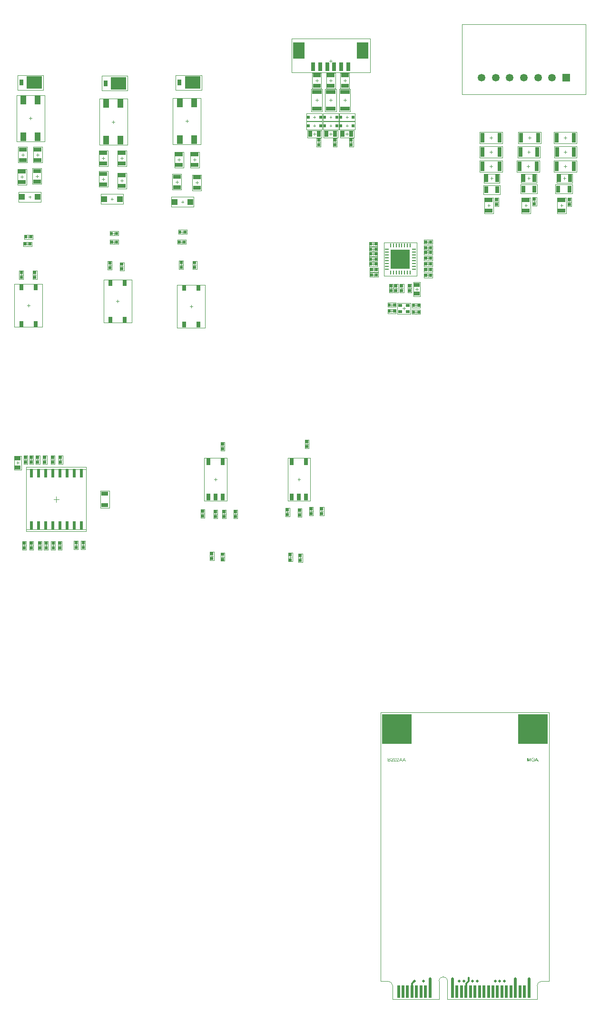
<source format=gtl>
G04*
G04 #@! TF.GenerationSoftware,Altium Limited,Altium Designer,24.7.2 (38)*
G04*
G04 Layer_Physical_Order=1*
G04 Layer_Color=255*
%FSLAX25Y25*%
%MOIN*%
G70*
G04*
G04 #@! TF.SameCoordinates,E69E1CB2-A86E-4577-BA8A-D7129F9CB9E7*
G04*
G04*
G04 #@! TF.FilePolarity,Positive*
G04*
G01*
G75*
%ADD10C,0.00787*%
%ADD11C,0.00394*%
%ADD12C,0.00197*%
%ADD14C,0.00039*%
%ADD15C,0.00079*%
%ADD16R,0.05512X0.02756*%
%ADD17R,0.07087X0.03150*%
%ADD18R,0.01968X0.01968*%
%ADD19R,0.02756X0.03937*%
%ADD20R,0.02047X0.01850*%
%ADD21R,0.02756X0.05512*%
%ADD22R,0.02953X0.04724*%
%ADD23R,0.03150X0.07087*%
%ADD24R,0.01850X0.02047*%
%ADD25R,0.01968X0.02362*%
%ADD26R,0.03150X0.03937*%
%ADD27R,0.03937X0.05906*%
%ADD28R,0.03937X0.03937*%
%ADD29R,0.03000X0.03937*%
%ADD30R,0.03937X0.02756*%
%ADD31R,0.02362X0.06299*%
%ADD32R,0.04724X0.02953*%
%ADD33R,0.02756X0.00984*%
%ADD34R,0.00984X0.02756*%
%ADD35R,0.13583X0.13583*%
%ADD36R,0.02756X0.02362*%
%ADD37R,0.02362X0.01968*%
%ADD38R,0.03150X0.04724*%
%ADD39R,0.07874X0.11811*%
%ADD40R,0.02953X0.05906*%
%ADD74R,0.10512X0.09055*%
%ADD75R,0.02362X0.09055*%
%ADD76C,0.01181*%
%ADD77C,0.01968*%
%ADD78C,0.05315*%
%ADD79R,0.05315X0.05315*%
%ADD80R,0.20866X0.20866*%
%ADD81C,0.01968*%
G36*
X-21667Y-557D02*
X-21590Y-478D01*
X-21361Y-216D01*
X-21324Y-163D01*
X-21296Y-117D01*
X-21276Y-76D01*
X-21264Y-40D01*
X-21260Y-10D01*
X-20285Y-984D01*
X-20316Y-988D01*
X-20351Y-1000D01*
X-20392Y-1020D01*
X-20439Y-1049D01*
X-20491Y-1085D01*
X-20611Y-1183D01*
X-20753Y-1314D01*
X-20832Y-1392D01*
X-21667Y-557D01*
D02*
G37*
G36*
X63101Y156130D02*
X63130D01*
X63199Y156122D01*
X63276Y156111D01*
X63356Y156093D01*
X63443Y156071D01*
X63527Y156042D01*
X63531D01*
X63538Y156038D01*
X63549Y156035D01*
X63563Y156028D01*
X63603Y156006D01*
X63654Y155980D01*
X63709Y155944D01*
X63767Y155900D01*
X63822Y155853D01*
X63873Y155795D01*
X63880Y155787D01*
X63895Y155765D01*
X63916Y155733D01*
X63946Y155685D01*
X63975Y155627D01*
X64007Y155554D01*
X64040Y155474D01*
X64066Y155383D01*
X63763Y155303D01*
Y155307D01*
X63760Y155310D01*
X63756Y155322D01*
X63753Y155336D01*
X63742Y155369D01*
X63727Y155412D01*
X63705Y155463D01*
X63680Y155511D01*
X63654Y155562D01*
X63622Y155605D01*
X63618Y155609D01*
X63607Y155624D01*
X63585Y155642D01*
X63560Y155667D01*
X63527Y155696D01*
X63483Y155726D01*
X63436Y155755D01*
X63381Y155780D01*
X63374Y155784D01*
X63356Y155791D01*
X63323Y155802D01*
X63279Y155816D01*
X63228Y155827D01*
X63170Y155838D01*
X63105Y155846D01*
X63036Y155849D01*
X62995D01*
X62977Y155846D01*
X62955D01*
X62901Y155842D01*
X62839Y155831D01*
X62770Y155820D01*
X62704Y155802D01*
X62639Y155776D01*
X62631Y155773D01*
X62610Y155765D01*
X62581Y155747D01*
X62544Y155729D01*
X62500Y155700D01*
X62453Y155671D01*
X62409Y155634D01*
X62369Y155595D01*
X62366Y155591D01*
X62351Y155576D01*
X62333Y155551D01*
X62311Y155522D01*
X62286Y155485D01*
X62260Y155442D01*
X62235Y155394D01*
X62209Y155343D01*
Y155340D01*
X62206Y155332D01*
X62202Y155322D01*
X62195Y155303D01*
X62187Y155281D01*
X62180Y155256D01*
X62169Y155227D01*
X62162Y155194D01*
X62144Y155118D01*
X62129Y155030D01*
X62118Y154939D01*
X62115Y154837D01*
Y154834D01*
Y154823D01*
Y154805D01*
X62118Y154783D01*
Y154754D01*
X62122Y154717D01*
X62125Y154681D01*
X62129Y154641D01*
X62144Y154550D01*
X62162Y154455D01*
X62191Y154360D01*
X62227Y154270D01*
Y154266D01*
X62235Y154259D01*
X62238Y154248D01*
X62249Y154233D01*
X62275Y154193D01*
X62315Y154142D01*
X62362Y154087D01*
X62420Y154033D01*
X62489Y153982D01*
X62566Y153935D01*
X62570D01*
X62577Y153931D01*
X62588Y153924D01*
X62606Y153916D01*
X62624Y153909D01*
X62650Y153902D01*
X62708Y153880D01*
X62781Y153862D01*
X62861Y153844D01*
X62948Y153829D01*
X63039Y153825D01*
X63076D01*
X63097Y153829D01*
X63119D01*
X63174Y153836D01*
X63239Y153844D01*
X63309Y153858D01*
X63385Y153880D01*
X63461Y153905D01*
X63465D01*
X63472Y153909D01*
X63480Y153913D01*
X63494Y153920D01*
X63534Y153938D01*
X63578Y153960D01*
X63629Y153986D01*
X63683Y154015D01*
X63734Y154048D01*
X63778Y154084D01*
Y154557D01*
X63036D01*
Y154856D01*
X64106D01*
Y153920D01*
X64102Y153916D01*
X64095Y153913D01*
X64080Y153902D01*
X64062Y153887D01*
X64040Y153873D01*
X64015Y153855D01*
X63982Y153833D01*
X63949Y153811D01*
X63873Y153763D01*
X63785Y153713D01*
X63694Y153665D01*
X63596Y153625D01*
X63592D01*
X63585Y153622D01*
X63571Y153618D01*
X63552Y153611D01*
X63527Y153603D01*
X63498Y153593D01*
X63465Y153585D01*
X63432Y153578D01*
X63352Y153560D01*
X63261Y153542D01*
X63163Y153531D01*
X63061Y153527D01*
X63025D01*
X62999Y153531D01*
X62966D01*
X62926Y153534D01*
X62883Y153542D01*
X62835Y153545D01*
X62730Y153567D01*
X62617Y153593D01*
X62500Y153632D01*
X62442Y153654D01*
X62384Y153683D01*
X62380Y153687D01*
X62369Y153691D01*
X62355Y153702D01*
X62333Y153713D01*
X62308Y153731D01*
X62282Y153749D01*
X62213Y153800D01*
X62140Y153866D01*
X62064Y153946D01*
X61991Y154036D01*
X61925Y154142D01*
Y154146D01*
X61918Y154157D01*
X61911Y154171D01*
X61900Y154197D01*
X61889Y154222D01*
X61878Y154259D01*
X61863Y154295D01*
X61849Y154339D01*
X61834Y154386D01*
X61820Y154441D01*
X61809Y154495D01*
X61798Y154553D01*
X61780Y154681D01*
X61772Y154815D01*
Y154819D01*
Y154834D01*
Y154852D01*
X61776Y154877D01*
Y154910D01*
X61780Y154950D01*
X61787Y154990D01*
X61791Y155037D01*
X61802Y155088D01*
X61809Y155143D01*
X61838Y155260D01*
X61874Y155380D01*
X61925Y155500D01*
X61929Y155503D01*
X61933Y155514D01*
X61940Y155529D01*
X61954Y155551D01*
X61969Y155580D01*
X61987Y155609D01*
X62038Y155678D01*
X62100Y155758D01*
X62177Y155835D01*
X62264Y155911D01*
X62315Y155944D01*
X62366Y155977D01*
X62369Y155980D01*
X62380Y155984D01*
X62395Y155991D01*
X62417Y156002D01*
X62446Y156013D01*
X62479Y156028D01*
X62515Y156042D01*
X62559Y156057D01*
X62606Y156071D01*
X62657Y156082D01*
X62712Y156097D01*
X62770Y156108D01*
X62897Y156126D01*
X62963Y156133D01*
X63079D01*
X63101Y156130D01*
D02*
G37*
G36*
X61317Y153571D02*
X60997D01*
Y155678D01*
X60262Y153571D01*
X59963D01*
X59235Y155715D01*
Y153571D01*
X58915D01*
Y156089D01*
X59414D01*
X60011Y154302D01*
Y154299D01*
X60014Y154291D01*
X60018Y154280D01*
X60025Y154262D01*
X60040Y154218D01*
X60058Y154164D01*
X60076Y154102D01*
X60098Y154040D01*
X60116Y153982D01*
X60131Y153931D01*
X60134Y153938D01*
X60138Y153956D01*
X60149Y153989D01*
X60164Y154033D01*
X60182Y154091D01*
X60207Y154160D01*
X60233Y154240D01*
X60265Y154335D01*
X60870Y156089D01*
X61317D01*
Y153571D01*
D02*
G37*
G36*
X66676D02*
X66297D01*
X66002Y154335D01*
X64947D01*
X64674Y153571D01*
X64320D01*
X65281Y156089D01*
X65645D01*
X66676Y153571D01*
D02*
G37*
G36*
X-26149Y153587D02*
X-26527D01*
X-26822Y154351D01*
X-27878D01*
X-28150Y153587D01*
X-28875D01*
X-29170Y154351D01*
X-30225D01*
X-30498Y153587D01*
X-30851D01*
X-29890Y156106D01*
X-29526D01*
X-28500Y153596D01*
X-27543Y156106D01*
X-27179D01*
X-26149Y153587D01*
D02*
G37*
G36*
X-31765Y156113D02*
X-31736Y156109D01*
X-31699Y156106D01*
X-31659Y156099D01*
X-31620Y156091D01*
X-31525Y156066D01*
X-31430Y156029D01*
X-31383Y156008D01*
X-31335Y155982D01*
X-31292Y155949D01*
X-31252Y155913D01*
X-31248Y155909D01*
X-31241Y155906D01*
X-31234Y155891D01*
X-31219Y155877D01*
X-31201Y155858D01*
X-31183Y155833D01*
X-31164Y155807D01*
X-31143Y155775D01*
X-31106Y155705D01*
X-31070Y155618D01*
X-31055Y155574D01*
X-31048Y155524D01*
X-31041Y155473D01*
X-31037Y155418D01*
Y155411D01*
Y155392D01*
X-31041Y155363D01*
X-31044Y155323D01*
X-31052Y155280D01*
X-31066Y155229D01*
X-31081Y155174D01*
X-31103Y155119D01*
X-31106Y155112D01*
X-31113Y155094D01*
X-31128Y155065D01*
X-31150Y155025D01*
X-31179Y154981D01*
X-31215Y154927D01*
X-31259Y154872D01*
X-31310Y154810D01*
X-31317Y154803D01*
X-31335Y154781D01*
X-31354Y154763D01*
X-31372Y154745D01*
X-31394Y154723D01*
X-31423Y154694D01*
X-31452Y154664D01*
X-31488Y154632D01*
X-31525Y154595D01*
X-31569Y154555D01*
X-31616Y154515D01*
X-31667Y154468D01*
X-31725Y154421D01*
X-31783Y154370D01*
X-31787Y154366D01*
X-31794Y154359D01*
X-31809Y154348D01*
X-31827Y154333D01*
X-31849Y154311D01*
X-31874Y154289D01*
X-31933Y154242D01*
X-31994Y154188D01*
X-32053Y154133D01*
X-32104Y154086D01*
X-32125Y154068D01*
X-32144Y154049D01*
X-32147Y154046D01*
X-32158Y154035D01*
X-32173Y154020D01*
X-32191Y153998D01*
X-32209Y153973D01*
X-32231Y153947D01*
X-32275Y153885D01*
X-31033D01*
Y153587D01*
X-32704D01*
Y153591D01*
Y153605D01*
Y153627D01*
X-32700Y153656D01*
X-32697Y153689D01*
X-32690Y153725D01*
X-32682Y153762D01*
X-32668Y153802D01*
Y153805D01*
X-32664Y153809D01*
X-32657Y153831D01*
X-32642Y153864D01*
X-32620Y153907D01*
X-32591Y153958D01*
X-32555Y154016D01*
X-32515Y154075D01*
X-32464Y154137D01*
Y154140D01*
X-32457Y154144D01*
X-32438Y154166D01*
X-32406Y154199D01*
X-32358Y154246D01*
X-32304Y154300D01*
X-32235Y154366D01*
X-32151Y154439D01*
X-32060Y154515D01*
X-32056Y154519D01*
X-32042Y154530D01*
X-32020Y154548D01*
X-31994Y154570D01*
X-31962Y154599D01*
X-31922Y154632D01*
X-31881Y154668D01*
X-31834Y154708D01*
X-31743Y154796D01*
X-31652Y154883D01*
X-31609Y154927D01*
X-31569Y154970D01*
X-31532Y155010D01*
X-31503Y155050D01*
Y155054D01*
X-31496Y155058D01*
X-31488Y155069D01*
X-31481Y155083D01*
X-31456Y155123D01*
X-31427Y155170D01*
X-31401Y155229D01*
X-31376Y155290D01*
X-31361Y155360D01*
X-31354Y155425D01*
Y155429D01*
Y155432D01*
X-31357Y155454D01*
X-31361Y155491D01*
X-31372Y155531D01*
X-31387Y155582D01*
X-31412Y155633D01*
X-31445Y155684D01*
X-31488Y155735D01*
X-31496Y155742D01*
X-31514Y155756D01*
X-31539Y155775D01*
X-31579Y155800D01*
X-31630Y155822D01*
X-31689Y155844D01*
X-31758Y155858D01*
X-31834Y155862D01*
X-31856D01*
X-31871Y155858D01*
X-31914Y155855D01*
X-31965Y155844D01*
X-32020Y155829D01*
X-32082Y155804D01*
X-32140Y155771D01*
X-32195Y155727D01*
X-32202Y155720D01*
X-32216Y155702D01*
X-32238Y155673D01*
X-32260Y155629D01*
X-32286Y155578D01*
X-32307Y155513D01*
X-32322Y155440D01*
X-32329Y155356D01*
X-32646Y155389D01*
Y155392D01*
X-32642Y155403D01*
Y155422D01*
X-32639Y155447D01*
X-32631Y155476D01*
X-32624Y155509D01*
X-32613Y155549D01*
X-32602Y155589D01*
X-32573Y155676D01*
X-32530Y155764D01*
X-32504Y155807D01*
X-32471Y155851D01*
X-32438Y155891D01*
X-32402Y155928D01*
X-32398Y155931D01*
X-32391Y155935D01*
X-32380Y155946D01*
X-32362Y155957D01*
X-32340Y155971D01*
X-32315Y155986D01*
X-32286Y156004D01*
X-32249Y156022D01*
X-32209Y156040D01*
X-32165Y156059D01*
X-32118Y156073D01*
X-32067Y156088D01*
X-32013Y156099D01*
X-31954Y156109D01*
X-31892Y156113D01*
X-31827Y156117D01*
X-31791D01*
X-31765Y156113D01*
D02*
G37*
G36*
X-35682D02*
X-35653Y156109D01*
X-35616Y156106D01*
X-35576Y156099D01*
X-35536Y156091D01*
X-35441Y156066D01*
X-35347Y156029D01*
X-35300Y156008D01*
X-35252Y155982D01*
X-35208Y155949D01*
X-35168Y155913D01*
X-35165Y155909D01*
X-35157Y155906D01*
X-35150Y155891D01*
X-35136Y155877D01*
X-35118Y155858D01*
X-35099Y155833D01*
X-35081Y155807D01*
X-35059Y155775D01*
X-35023Y155705D01*
X-34986Y155618D01*
X-34972Y155574D01*
X-34965Y155524D01*
X-34957Y155473D01*
X-34954Y155418D01*
Y155411D01*
Y155392D01*
X-34957Y155363D01*
X-34961Y155323D01*
X-34968Y155280D01*
X-34983Y155229D01*
X-34997Y155174D01*
X-35019Y155119D01*
X-35023Y155112D01*
X-35030Y155094D01*
X-35045Y155065D01*
X-35067Y155025D01*
X-35096Y154981D01*
X-35132Y154927D01*
X-35176Y154872D01*
X-35227Y154810D01*
X-35234Y154803D01*
X-35252Y154781D01*
X-35270Y154763D01*
X-35289Y154745D01*
X-35310Y154723D01*
X-35339Y154694D01*
X-35369Y154664D01*
X-35405Y154632D01*
X-35441Y154595D01*
X-35485Y154555D01*
X-35533Y154515D01*
X-35583Y154468D01*
X-35642Y154421D01*
X-35700Y154370D01*
X-35704Y154366D01*
X-35711Y154359D01*
X-35725Y154348D01*
X-35744Y154333D01*
X-35765Y154311D01*
X-35791Y154289D01*
X-35849Y154242D01*
X-35911Y154188D01*
X-35969Y154133D01*
X-36020Y154086D01*
X-36042Y154068D01*
X-36060Y154049D01*
X-36064Y154046D01*
X-36075Y154035D01*
X-36089Y154020D01*
X-36108Y153998D01*
X-36126Y153973D01*
X-36148Y153947D01*
X-36191Y153885D01*
X-34950D01*
Y153587D01*
X-36621D01*
Y153591D01*
Y153605D01*
Y153627D01*
X-36617Y153656D01*
X-36614Y153689D01*
X-36606Y153725D01*
X-36599Y153762D01*
X-36584Y153802D01*
Y153805D01*
X-36581Y153809D01*
X-36573Y153831D01*
X-36559Y153864D01*
X-36537Y153907D01*
X-36508Y153958D01*
X-36472Y154016D01*
X-36432Y154075D01*
X-36381Y154137D01*
Y154140D01*
X-36373Y154144D01*
X-36355Y154166D01*
X-36322Y154199D01*
X-36275Y154246D01*
X-36220Y154300D01*
X-36151Y154366D01*
X-36068Y154439D01*
X-35976Y154515D01*
X-35973Y154519D01*
X-35958Y154530D01*
X-35936Y154548D01*
X-35911Y154570D01*
X-35878Y154599D01*
X-35838Y154632D01*
X-35798Y154668D01*
X-35751Y154708D01*
X-35660Y154796D01*
X-35569Y154883D01*
X-35525Y154927D01*
X-35485Y154970D01*
X-35449Y155010D01*
X-35420Y155050D01*
Y155054D01*
X-35412Y155058D01*
X-35405Y155069D01*
X-35398Y155083D01*
X-35372Y155123D01*
X-35343Y155170D01*
X-35318Y155229D01*
X-35292Y155290D01*
X-35278Y155360D01*
X-35270Y155425D01*
Y155429D01*
Y155432D01*
X-35274Y155454D01*
X-35278Y155491D01*
X-35289Y155531D01*
X-35303Y155582D01*
X-35329Y155633D01*
X-35361Y155684D01*
X-35405Y155735D01*
X-35412Y155742D01*
X-35430Y155756D01*
X-35456Y155775D01*
X-35496Y155800D01*
X-35547Y155822D01*
X-35605Y155844D01*
X-35674Y155858D01*
X-35751Y155862D01*
X-35773D01*
X-35787Y155858D01*
X-35831Y155855D01*
X-35882Y155844D01*
X-35936Y155829D01*
X-35998Y155804D01*
X-36057Y155771D01*
X-36111Y155727D01*
X-36119Y155720D01*
X-36133Y155702D01*
X-36155Y155673D01*
X-36177Y155629D01*
X-36202Y155578D01*
X-36224Y155513D01*
X-36239Y155440D01*
X-36246Y155356D01*
X-36563Y155389D01*
Y155392D01*
X-36559Y155403D01*
Y155422D01*
X-36555Y155447D01*
X-36548Y155476D01*
X-36541Y155509D01*
X-36530Y155549D01*
X-36519Y155589D01*
X-36490Y155676D01*
X-36446Y155764D01*
X-36421Y155807D01*
X-36388Y155851D01*
X-36355Y155891D01*
X-36319Y155928D01*
X-36315Y155931D01*
X-36308Y155935D01*
X-36297Y155946D01*
X-36279Y155957D01*
X-36257Y155971D01*
X-36231Y155986D01*
X-36202Y156004D01*
X-36166Y156022D01*
X-36126Y156040D01*
X-36082Y156059D01*
X-36035Y156073D01*
X-35984Y156088D01*
X-35929Y156099D01*
X-35871Y156109D01*
X-35809Y156113D01*
X-35744Y156117D01*
X-35707D01*
X-35682Y156113D01*
D02*
G37*
G36*
X-37797Y156102D02*
X-37767D01*
X-37702Y156095D01*
X-37629Y156088D01*
X-37553Y156073D01*
X-37476Y156055D01*
X-37407Y156029D01*
X-37403D01*
X-37400Y156026D01*
X-37378Y156015D01*
X-37345Y155997D01*
X-37309Y155971D01*
X-37265Y155938D01*
X-37218Y155898D01*
X-37174Y155847D01*
X-37134Y155793D01*
X-37130Y155786D01*
X-37119Y155764D01*
X-37101Y155735D01*
X-37083Y155691D01*
X-37065Y155640D01*
X-37047Y155585D01*
X-37036Y155524D01*
X-37032Y155462D01*
Y155454D01*
Y155436D01*
X-37036Y155403D01*
X-37043Y155363D01*
X-37054Y155316D01*
X-37072Y155265D01*
X-37094Y155214D01*
X-37123Y155159D01*
X-37127Y155152D01*
X-37138Y155138D01*
X-37159Y155108D01*
X-37189Y155079D01*
X-37225Y155043D01*
X-37269Y155003D01*
X-37323Y154967D01*
X-37385Y154930D01*
X-37382D01*
X-37374Y154927D01*
X-37363Y154923D01*
X-37349Y154916D01*
X-37305Y154901D01*
X-37254Y154876D01*
X-37200Y154843D01*
X-37138Y154803D01*
X-37083Y154755D01*
X-37032Y154697D01*
X-37029Y154690D01*
X-37014Y154668D01*
X-36992Y154635D01*
X-36970Y154592D01*
X-36948Y154533D01*
X-36927Y154472D01*
X-36912Y154399D01*
X-36908Y154319D01*
Y154315D01*
Y154311D01*
Y154289D01*
X-36912Y154253D01*
X-36919Y154209D01*
X-36927Y154158D01*
X-36941Y154104D01*
X-36959Y154046D01*
X-36985Y153987D01*
X-36988Y153980D01*
X-36999Y153962D01*
X-37014Y153936D01*
X-37036Y153900D01*
X-37065Y153864D01*
X-37094Y153824D01*
X-37130Y153784D01*
X-37170Y153751D01*
X-37174Y153747D01*
X-37189Y153736D01*
X-37214Y153722D01*
X-37247Y153707D01*
X-37287Y153685D01*
X-37334Y153663D01*
X-37385Y153645D01*
X-37447Y153627D01*
X-37454D01*
X-37476Y153620D01*
X-37513Y153616D01*
X-37560Y153609D01*
X-37618Y153602D01*
X-37687Y153594D01*
X-37764Y153591D01*
X-37851Y153587D01*
X-38812D01*
Y156106D01*
X-37822D01*
X-37797Y156102D01*
D02*
G37*
G36*
X-33723Y156113D02*
X-33676Y156106D01*
X-33621Y156095D01*
X-33563Y156080D01*
X-33501Y156062D01*
X-33443Y156033D01*
X-33439D01*
X-33436Y156029D01*
X-33418Y156018D01*
X-33389Y156000D01*
X-33352Y155975D01*
X-33312Y155938D01*
X-33268Y155898D01*
X-33228Y155851D01*
X-33188Y155797D01*
X-33185Y155789D01*
X-33170Y155771D01*
X-33156Y155738D01*
X-33130Y155691D01*
X-33108Y155636D01*
X-33079Y155574D01*
X-33054Y155502D01*
X-33032Y155422D01*
Y155418D01*
X-33028Y155411D01*
X-33024Y155400D01*
X-33021Y155382D01*
X-33017Y155360D01*
X-33014Y155334D01*
X-33006Y155301D01*
X-33003Y155265D01*
X-32995Y155225D01*
X-32992Y155181D01*
X-32988Y155130D01*
X-32981Y155079D01*
X-32977Y155021D01*
Y154963D01*
X-32974Y154897D01*
Y154828D01*
Y154825D01*
Y154810D01*
Y154785D01*
Y154755D01*
X-32977Y154715D01*
Y154672D01*
X-32981Y154624D01*
X-32984Y154573D01*
X-32995Y154457D01*
X-33014Y154337D01*
X-33035Y154220D01*
X-33050Y154166D01*
X-33068Y154111D01*
Y154107D01*
X-33072Y154100D01*
X-33079Y154086D01*
X-33086Y154068D01*
X-33094Y154042D01*
X-33108Y154016D01*
X-33137Y153955D01*
X-33174Y153889D01*
X-33221Y153816D01*
X-33276Y153751D01*
X-33341Y153689D01*
X-33345D01*
X-33349Y153682D01*
X-33359Y153674D01*
X-33374Y153667D01*
X-33392Y153656D01*
X-33410Y153642D01*
X-33465Y153616D01*
X-33531Y153591D01*
X-33607Y153565D01*
X-33698Y153551D01*
X-33796Y153543D01*
X-33833D01*
X-33858Y153547D01*
X-33887Y153551D01*
X-33924Y153558D01*
X-33964Y153565D01*
X-34007Y153576D01*
X-34051Y153591D01*
X-34098Y153605D01*
X-34146Y153627D01*
X-34193Y153653D01*
X-34240Y153682D01*
X-34288Y153718D01*
X-34331Y153758D01*
X-34371Y153802D01*
X-34375Y153805D01*
X-34382Y153816D01*
X-34393Y153834D01*
X-34411Y153864D01*
X-34429Y153896D01*
X-34448Y153940D01*
X-34473Y153991D01*
X-34495Y154049D01*
X-34517Y154115D01*
X-34539Y154191D01*
X-34561Y154275D01*
X-34579Y154370D01*
X-34597Y154472D01*
X-34608Y154581D01*
X-34615Y154701D01*
X-34619Y154828D01*
Y154832D01*
Y154846D01*
Y154872D01*
Y154901D01*
X-34615Y154941D01*
Y154985D01*
X-34611Y155032D01*
X-34608Y155087D01*
X-34597Y155200D01*
X-34579Y155320D01*
X-34557Y155440D01*
X-34542Y155494D01*
X-34528Y155549D01*
Y155553D01*
X-34524Y155560D01*
X-34517Y155574D01*
X-34510Y155593D01*
X-34502Y155618D01*
X-34488Y155644D01*
X-34459Y155705D01*
X-34422Y155771D01*
X-34375Y155840D01*
X-34320Y155909D01*
X-34255Y155968D01*
X-34251D01*
X-34247Y155975D01*
X-34237Y155982D01*
X-34222Y155989D01*
X-34204Y156004D01*
X-34182Y156015D01*
X-34127Y156044D01*
X-34062Y156070D01*
X-33985Y156095D01*
X-33895Y156109D01*
X-33796Y156117D01*
X-33763D01*
X-33723Y156113D01*
D02*
G37*
%LPC*%
G36*
X65456Y155827D02*
Y155824D01*
X65452Y155816D01*
Y155802D01*
X65445Y155787D01*
X65442Y155762D01*
X65434Y155736D01*
X65420Y155675D01*
X65402Y155602D01*
X65376Y155522D01*
X65351Y155434D01*
X65318Y155343D01*
X65045Y154608D01*
X65897D01*
X65635Y155300D01*
Y155303D01*
X65631Y155314D01*
X65624Y155332D01*
X65616Y155354D01*
X65605Y155380D01*
X65594Y155412D01*
X65583Y155449D01*
X65569Y155485D01*
X65540Y155569D01*
X65511Y155656D01*
X65482Y155744D01*
X65456Y155827D01*
D02*
G37*
G36*
X-27368Y155844D02*
Y155840D01*
X-27372Y155833D01*
Y155818D01*
X-27379Y155804D01*
X-27382Y155778D01*
X-27390Y155753D01*
X-27404Y155691D01*
X-27422Y155618D01*
X-27448Y155538D01*
X-27474Y155451D01*
X-27506Y155360D01*
X-27779Y154624D01*
X-26928D01*
X-27190Y155316D01*
Y155320D01*
X-27193Y155331D01*
X-27200Y155349D01*
X-27208Y155371D01*
X-27219Y155396D01*
X-27230Y155429D01*
X-27240Y155465D01*
X-27255Y155502D01*
X-27284Y155585D01*
X-27313Y155673D01*
X-27343Y155760D01*
X-27368Y155844D01*
D02*
G37*
G36*
X-29716D02*
Y155840D01*
X-29719Y155833D01*
Y155818D01*
X-29727Y155804D01*
X-29730Y155778D01*
X-29738Y155753D01*
X-29752Y155691D01*
X-29770Y155618D01*
X-29796Y155538D01*
X-29821Y155451D01*
X-29854Y155360D01*
X-30127Y154624D01*
X-29275D01*
X-29537Y155316D01*
Y155320D01*
X-29541Y155331D01*
X-29548Y155349D01*
X-29556Y155371D01*
X-29566Y155396D01*
X-29577Y155429D01*
X-29588Y155465D01*
X-29603Y155502D01*
X-29632Y155585D01*
X-29661Y155673D01*
X-29690Y155760D01*
X-29716Y155844D01*
D02*
G37*
G36*
X-37880Y155807D02*
X-38477D01*
Y155050D01*
X-37858D01*
X-37811Y155054D01*
X-37760Y155058D01*
X-37709Y155061D01*
X-37658Y155069D01*
X-37618Y155076D01*
X-37611Y155079D01*
X-37596Y155083D01*
X-37574Y155094D01*
X-37545Y155108D01*
X-37516Y155123D01*
X-37484Y155145D01*
X-37451Y155174D01*
X-37425Y155203D01*
X-37422Y155207D01*
X-37414Y155218D01*
X-37403Y155240D01*
X-37393Y155265D01*
X-37382Y155294D01*
X-37371Y155331D01*
X-37363Y155374D01*
X-37360Y155422D01*
Y155429D01*
Y155443D01*
X-37363Y155465D01*
X-37367Y155494D01*
X-37374Y155531D01*
X-37385Y155567D01*
X-37400Y155604D01*
X-37422Y155640D01*
X-37425Y155644D01*
X-37433Y155655D01*
X-37447Y155673D01*
X-37465Y155691D01*
X-37491Y155713D01*
X-37520Y155735D01*
X-37556Y155756D01*
X-37596Y155771D01*
X-37600D01*
X-37618Y155778D01*
X-37644Y155782D01*
X-37684Y155789D01*
X-37738Y155797D01*
X-37800Y155800D01*
X-37880Y155807D01*
D02*
G37*
G36*
X-37815Y154752D02*
X-38477D01*
Y153885D01*
X-37760D01*
X-37684Y153889D01*
X-37651Y153893D01*
X-37622Y153896D01*
X-37618D01*
X-37604Y153900D01*
X-37582Y153904D01*
X-37556Y153911D01*
X-37494Y153933D01*
X-37433Y153962D01*
X-37429Y153966D01*
X-37418Y153973D01*
X-37403Y153984D01*
X-37385Y153998D01*
X-37367Y154020D01*
X-37341Y154042D01*
X-37323Y154071D01*
X-37301Y154104D01*
X-37298Y154107D01*
X-37294Y154118D01*
X-37287Y154140D01*
X-37276Y154166D01*
X-37265Y154195D01*
X-37258Y154231D01*
X-37254Y154275D01*
X-37251Y154319D01*
Y154326D01*
Y154341D01*
X-37254Y154370D01*
X-37262Y154402D01*
X-37269Y154439D01*
X-37283Y154479D01*
X-37301Y154519D01*
X-37327Y154559D01*
X-37331Y154562D01*
X-37341Y154577D01*
X-37356Y154595D01*
X-37378Y154617D01*
X-37407Y154643D01*
X-37444Y154668D01*
X-37484Y154690D01*
X-37531Y154708D01*
X-37538Y154712D01*
X-37553Y154715D01*
X-37585Y154723D01*
X-37626Y154730D01*
X-37676Y154737D01*
X-37738Y154745D01*
X-37815Y154752D01*
D02*
G37*
G36*
X-33800Y155862D02*
X-33822D01*
X-33836Y155858D01*
X-33876Y155851D01*
X-33924Y155840D01*
X-33978Y155818D01*
X-34036Y155786D01*
X-34065Y155764D01*
X-34095Y155742D01*
X-34120Y155713D01*
X-34146Y155680D01*
Y155676D01*
X-34153Y155669D01*
X-34160Y155655D01*
X-34171Y155636D01*
X-34182Y155607D01*
X-34197Y155574D01*
X-34207Y155534D01*
X-34222Y155487D01*
X-34237Y155432D01*
X-34251Y155371D01*
X-34266Y155301D01*
X-34277Y155225D01*
X-34288Y155138D01*
X-34295Y155043D01*
X-34299Y154941D01*
X-34302Y154828D01*
Y154821D01*
Y154803D01*
Y154770D01*
X-34299Y154726D01*
Y154679D01*
X-34295Y154621D01*
X-34291Y154559D01*
X-34284Y154493D01*
X-34266Y154351D01*
X-34255Y154282D01*
X-34240Y154217D01*
X-34226Y154155D01*
X-34204Y154097D01*
X-34182Y154046D01*
X-34157Y154002D01*
Y153998D01*
X-34149Y153995D01*
X-34131Y153969D01*
X-34098Y153936D01*
X-34058Y153900D01*
X-34004Y153864D01*
X-33942Y153831D01*
X-33873Y153805D01*
X-33836Y153802D01*
X-33796Y153798D01*
X-33774D01*
X-33760Y153802D01*
X-33723Y153809D01*
X-33672Y153824D01*
X-33618Y153849D01*
X-33556Y153885D01*
X-33527Y153907D01*
X-33498Y153936D01*
X-33469Y153966D01*
X-33439Y154002D01*
Y154006D01*
X-33432Y154013D01*
X-33425Y154024D01*
X-33418Y154042D01*
X-33403Y154068D01*
X-33392Y154100D01*
X-33378Y154137D01*
X-33363Y154180D01*
X-33352Y154235D01*
X-33338Y154293D01*
X-33323Y154362D01*
X-33312Y154435D01*
X-33305Y154523D01*
X-33298Y154613D01*
X-33290Y154715D01*
Y154828D01*
Y154832D01*
Y154835D01*
Y154854D01*
Y154886D01*
X-33294Y154930D01*
Y154978D01*
X-33298Y155036D01*
X-33301Y155098D01*
X-33308Y155167D01*
X-33327Y155305D01*
X-33338Y155374D01*
X-33352Y155440D01*
X-33367Y155502D01*
X-33389Y155560D01*
X-33410Y155611D01*
X-33436Y155655D01*
Y155658D01*
X-33443Y155662D01*
X-33450Y155673D01*
X-33461Y155687D01*
X-33494Y155720D01*
X-33534Y155760D01*
X-33589Y155797D01*
X-33651Y155829D01*
X-33683Y155844D01*
X-33720Y155855D01*
X-33760Y155858D01*
X-33800Y155862D01*
D02*
G37*
%LPD*%
D10*
X44291Y-7283D02*
X45000Y-6575D01*
D11*
X-292000Y359500D02*
X-250000D01*
Y314500D02*
Y359500D01*
X-292000Y314500D02*
X-250000D01*
X-292000D02*
Y359500D01*
X68898Y-197D02*
G03*
X65748Y-3347I0J-3150D01*
G01*
X-35433D02*
G03*
X-38583Y-197I-3150J0D01*
G01*
X2953Y0D02*
G03*
X-2953Y0I-2953J0D01*
G01*
X-43898Y187795D02*
X74213D01*
X-35433Y-12795D02*
Y-3347D01*
X74213Y-197D02*
Y187795D01*
X-2953Y-12795D02*
Y0D01*
X65748Y-12795D02*
Y-3347D01*
X2953Y-12795D02*
Y0D01*
X-35433Y-12795D02*
X-2953D01*
X2953D02*
X65748D01*
X68898Y-197D02*
X74213D01*
X-43898D02*
X-38583D01*
X-43898D02*
Y187795D01*
D12*
X28095Y550350D02*
X39906D01*
Y556650D01*
X28095Y550350D02*
Y556650D01*
X39906D01*
X54094Y550850D02*
X65905D01*
Y557150D01*
X54094Y550850D02*
Y557150D01*
X65905D01*
X78594Y550850D02*
X90405D01*
Y557150D01*
X78594Y550850D02*
Y557150D01*
X90405D01*
X-292000Y316000D02*
Y358000D01*
Y316000D02*
X-250000D01*
Y358000D01*
X-292000D02*
X-250000D01*
X-271000Y335032D02*
Y338968D01*
X-272969Y337000D02*
X-269032D01*
X-240150Y331095D02*
Y342905D01*
Y331095D02*
X-233850D01*
X-240150Y342905D02*
X-233850D01*
Y331095D02*
Y342905D01*
X-41600Y493400D02*
Y516600D01*
X-18400Y493400D02*
Y516600D01*
X-41600D02*
X-18400D01*
X-41600Y493400D02*
X-18400D01*
X39906Y550350D02*
Y556650D01*
X28095D02*
X39906D01*
X28095Y550350D02*
Y556650D01*
Y550350D02*
X39906D01*
X65905Y550850D02*
Y557150D01*
X54094D02*
X65905D01*
X54094Y550850D02*
Y557150D01*
Y550850D02*
X65905D01*
X90405D02*
Y557150D01*
X78594D02*
X90405D01*
X78594Y550850D02*
Y557150D01*
Y550850D02*
X90405D01*
X-240150Y331095D02*
X-233850D01*
Y342905D01*
X-240150D02*
X-233850D01*
X-240150Y331095D02*
Y342905D01*
X-18400Y493400D02*
Y516600D01*
X-41600Y493400D02*
X-18400D01*
X-41600D02*
Y516600D01*
X-18400D01*
X-31181Y505000D02*
X-28819D01*
X-30000Y503819D02*
Y506181D01*
D14*
X-91791Y624409D02*
X-85492D01*
Y635433D01*
X-91791Y624409D02*
Y635433D01*
X-85492D01*
X-72106Y624409D02*
X-65807D01*
Y635433D01*
X-72106Y624409D02*
Y635433D01*
X-65807D01*
X-92579Y608268D02*
Y624016D01*
Y608268D02*
X-84705D01*
X-92579Y624016D02*
X-84705D01*
Y608268D02*
Y624016D01*
X-72894Y608268D02*
Y624016D01*
Y608268D02*
X-65020D01*
X-72894Y624016D02*
X-65020D01*
Y608268D02*
Y624016D01*
X-82736Y608268D02*
Y624016D01*
Y608268D02*
X-74862D01*
X-82736Y624016D02*
X-74862D01*
Y608268D02*
Y624016D01*
X-81949Y624409D02*
X-75650D01*
Y635433D01*
X-81949Y624409D02*
Y635433D01*
X-75650D01*
X-84311Y607087D02*
X-84311Y601575D01*
X-84311Y607087D02*
X-73287Y607087D01*
X-84311Y601575D02*
X-73287Y601575D01*
Y607087D02*
X-73287Y601575D01*
X-73287Y601181D02*
X-73287Y595669D01*
X-84311D02*
X-73287Y595669D01*
X-84311Y601181D02*
X-73287Y601181D01*
X-84311Y601181D02*
X-84311Y595669D01*
X-73878Y590059D02*
Y594980D01*
X-83720D02*
X-73878D01*
X-83720Y590059D02*
X-73878D01*
X-83720D02*
Y594980D01*
X-77323Y583661D02*
X-74370D01*
Y589567D01*
X-77323Y583661D02*
Y589567D01*
X-74370D01*
X28488Y558350D02*
Y564650D01*
Y558350D02*
X39512D01*
X28488Y564650D02*
X39512D01*
Y558350D02*
Y564650D01*
X28850Y536988D02*
X35150D01*
Y548012D01*
X28850Y536988D02*
Y548012D01*
X35150D01*
X25626Y566063D02*
X41374D01*
Y573937D01*
X25626Y566063D02*
Y573937D01*
X41374D01*
X25626Y583937D02*
X41374D01*
X25626Y576063D02*
Y583937D01*
X41374Y576063D02*
Y583937D01*
X25626Y576063D02*
X41374D01*
X25626Y586063D02*
X41374D01*
Y593937D01*
X25626Y586063D02*
Y593937D01*
X41374D01*
X54850Y536988D02*
X61150D01*
Y548012D01*
X54850Y536988D02*
Y548012D01*
X61150D01*
X51626Y566063D02*
X67374D01*
Y573937D01*
X51626Y566063D02*
Y573937D01*
X67374D01*
X52126Y583937D02*
X67874D01*
X52126Y576063D02*
Y583937D01*
X67874Y576063D02*
Y583937D01*
X52126Y576063D02*
X67874D01*
X52626Y586063D02*
X68374D01*
Y593937D01*
X52626Y586063D02*
Y593937D01*
X68374D01*
X79850Y536988D02*
X86150D01*
Y548012D01*
X79850Y536988D02*
Y548012D01*
X86150D01*
X77626Y566063D02*
X93374D01*
Y573937D01*
X77626Y566063D02*
Y573937D01*
X93374D01*
X77720Y583937D02*
X93468D01*
X77720Y576063D02*
Y583937D01*
X93468Y576063D02*
Y583937D01*
X77720Y576063D02*
X93468D01*
X77626Y586063D02*
X93374D01*
Y593937D01*
X77626Y586063D02*
Y593937D01*
X93374D01*
X54488Y558350D02*
Y564650D01*
Y558350D02*
X65512D01*
X54488Y564650D02*
X65512D01*
Y558350D02*
Y564650D01*
X79488Y558350D02*
Y564650D01*
Y558350D02*
X90512D01*
X79488Y564650D02*
X90512D01*
Y558350D02*
Y564650D01*
X-180147Y515524D02*
Y518476D01*
X-186053D02*
X-180147D01*
X-186053Y515524D02*
X-180147D01*
X-186053D02*
Y518476D01*
X-175576Y497854D02*
X-172624D01*
Y503760D01*
X-175576Y497854D02*
Y503760D01*
X-172624D01*
X-185553Y525476D02*
X-179647D01*
X-185553Y522524D02*
X-179647D01*
Y525476D01*
X-185553Y522524D02*
Y525476D01*
X-186442Y457039D02*
X-166758D01*
X-186442Y486961D02*
X-166758D01*
X-186442Y457039D02*
Y486961D01*
X-166758Y457039D02*
Y486961D01*
X-189750Y553488D02*
X-183450D01*
Y564512D01*
X-189750Y553488D02*
Y564512D01*
X-183450D01*
X-188250Y568988D02*
X-181950D01*
Y580012D01*
X-188250Y568988D02*
Y580012D01*
X-181950D01*
X-189443Y585358D02*
X-169757D01*
X-189443Y617642D02*
X-169757D01*
X-189443Y585358D02*
Y617642D01*
X-169757Y585358D02*
Y617642D01*
X-190474Y548543D02*
X-174726Y548543D01*
X-190474Y548543D02*
X-190474Y541457D01*
X-174726Y548543D02*
X-174726Y541457D01*
X-190474Y541457D02*
X-174726Y541457D01*
X-187405Y623382D02*
Y633618D01*
X-169295Y623382D02*
Y633618D01*
X-187405Y623382D02*
X-169295D01*
X-187405Y633618D02*
X-169295D01*
X-175750Y552988D02*
X-169450D01*
Y564012D01*
X-175750Y552988D02*
Y564012D01*
X-169450D01*
X-177250Y568988D02*
X-170950D01*
Y580012D01*
X-177250Y568988D02*
Y580012D01*
X-170950D01*
X-227647Y515524D02*
Y518476D01*
X-233553D02*
X-227647D01*
X-233553Y515524D02*
X-227647D01*
X-233553D02*
Y518476D01*
X-226576Y496854D02*
X-223624D01*
Y502760D01*
X-226576Y496854D02*
Y502760D01*
X-223624D01*
X-233553Y524476D02*
X-227647D01*
X-233553Y521524D02*
X-227647D01*
Y524476D01*
X-233553Y521524D02*
Y524476D01*
X-237943Y460539D02*
X-218257D01*
X-237943Y490461D02*
X-218257D01*
X-237943Y460539D02*
Y490461D01*
X-218257Y460539D02*
Y490461D01*
X-241250Y555488D02*
X-234950D01*
Y566512D01*
X-241250Y555488D02*
Y566512D01*
X-234950D01*
X-241250Y569988D02*
X-234950D01*
Y581012D01*
X-241250Y569988D02*
Y581012D01*
X-234950D01*
X-240943Y584858D02*
X-221257D01*
X-240943Y617142D02*
X-221257D01*
X-240943Y584858D02*
Y617142D01*
X-221257Y584858D02*
Y617142D01*
X-239974Y550543D02*
X-224226Y550543D01*
X-239974Y550543D02*
X-239974Y543457D01*
X-224226Y550543D02*
X-224226Y543457D01*
X-239974Y543457D02*
X-224226Y543457D01*
X-239155Y622882D02*
Y633118D01*
X-221045Y622882D02*
Y633118D01*
X-239155Y622882D02*
X-221045D01*
X-239155Y633118D02*
X-221045D01*
X-228250Y554307D02*
X-221950D01*
Y565331D01*
X-228250Y554307D02*
Y565331D01*
X-221950D01*
X-228250Y569988D02*
X-221950D01*
Y581012D01*
X-228250Y569988D02*
Y581012D01*
X-221950D01*
X-285476Y367453D02*
X-282524D01*
X-285476Y361547D02*
Y367453D01*
X-282524Y361547D02*
Y367453D01*
X-285476Y361547D02*
X-282524D01*
X-269476Y367453D02*
X-266524D01*
X-269476Y361547D02*
Y367453D01*
X-266524Y361547D02*
Y367453D01*
X-269476Y361547D02*
X-266524D01*
X-269976Y301547D02*
X-267024D01*
Y307453D01*
X-269976Y301547D02*
Y307453D01*
X-267024D01*
X-283976Y301547D02*
X-281024D01*
Y307453D01*
X-283976Y301547D02*
Y307453D01*
X-281024D01*
X-300461Y357579D02*
X-295539D01*
Y367421D01*
X-300461Y357579D02*
Y367421D01*
X-295539D01*
X-274976Y367453D02*
X-272024D01*
X-274976Y361547D02*
Y367453D01*
X-272024Y361547D02*
Y367453D01*
X-274976Y361547D02*
X-272024D01*
X-274787Y307488D02*
X-271835D01*
X-274787Y301583D02*
Y307488D01*
X-271835Y301583D02*
Y307488D01*
X-274787Y301583D02*
X-271835D01*
X-280476Y367453D02*
X-277524D01*
X-280476Y361547D02*
Y367453D01*
X-277524Y361547D02*
Y367453D01*
X-280476Y361547D02*
X-277524D01*
X-279787Y307488D02*
X-276835D01*
X-279787Y301583D02*
Y307488D01*
X-276835Y301583D02*
Y307488D01*
X-279787Y301583D02*
X-276835D01*
X-258787Y302083D02*
X-255835D01*
Y307988D01*
X-258787Y302083D02*
Y307988D01*
X-255835D01*
X-288147Y514024D02*
Y516976D01*
X-294053D02*
X-288147D01*
X-294053Y514024D02*
X-288147D01*
X-294053D02*
Y516976D01*
X-287576Y491047D02*
X-284624D01*
Y496953D01*
X-287576Y491047D02*
Y496953D01*
X-284624D01*
X-293553Y519024D02*
X-287647D01*
X-293553Y521976D02*
X-287647D01*
X-293553Y519024D02*
Y521976D01*
X-287647Y519024D02*
Y521976D01*
X-300443Y457539D02*
X-280757D01*
X-300443Y487461D02*
X-280757D01*
X-300443Y457539D02*
Y487461D01*
X-280757Y457539D02*
Y487461D01*
X-298250Y556988D02*
X-291950D01*
Y568012D01*
X-298250Y556988D02*
Y568012D01*
X-291950D01*
X-297750Y572488D02*
X-291450D01*
Y583512D01*
X-297750Y572488D02*
Y583512D01*
X-291450D01*
X-298942Y587358D02*
X-279257D01*
X-298942Y619642D02*
X-279257D01*
X-298942Y587358D02*
Y619642D01*
X-279257Y587358D02*
Y619642D01*
X-297474Y552043D02*
X-281726Y552043D01*
X-297474Y552043D02*
X-297474Y544957D01*
X-281726Y552043D02*
X-281726Y544957D01*
X-297474Y544957D02*
X-281726Y544957D01*
X-298155Y623382D02*
Y633618D01*
X-280045Y623382D02*
Y633618D01*
X-298155Y623382D02*
X-280045D01*
X-298155Y633618D02*
X-280045D01*
X-287750Y557488D02*
X-281450D01*
Y568512D01*
X-287750Y557488D02*
Y568512D01*
X-281450D01*
X-287250Y572488D02*
X-280950D01*
Y583512D01*
X-287250Y572488D02*
Y583512D01*
X-280950D01*
X-13453Y500024D02*
Y502976D01*
Y500024D02*
X-7547D01*
X-13453Y502976D02*
X-7547D01*
Y500024D02*
Y502976D01*
X-37976Y487453D02*
X-35024D01*
X-37976Y481547D02*
Y487453D01*
X-35024Y481547D02*
Y487453D01*
X-37976Y481547D02*
X-35024D01*
X-13453Y492024D02*
Y494976D01*
Y492024D02*
X-7547D01*
X-13453Y494976D02*
X-7547D01*
Y492024D02*
Y494976D01*
X-46047Y500024D02*
Y502976D01*
X-51953D02*
X-46047D01*
X-51953Y500024D02*
X-46047D01*
X-51953D02*
Y502976D01*
X-46047Y510524D02*
Y513476D01*
X-51953D02*
X-46047D01*
X-51953Y510524D02*
X-46047D01*
X-51953D02*
Y513476D01*
Y507024D02*
Y509976D01*
Y507024D02*
X-46047D01*
X-51953Y509976D02*
X-46047D01*
Y507024D02*
Y509976D01*
X-7547Y508024D02*
Y510976D01*
X-13453D02*
X-7547D01*
X-13453Y508024D02*
X-7547D01*
X-13453D02*
Y510976D01*
X-7547Y504024D02*
Y506976D01*
X-13453D02*
X-7547D01*
X-13453Y504024D02*
X-7547D01*
X-13453D02*
Y506976D01*
X-16047Y471024D02*
Y473976D01*
X-21953D02*
X-16047D01*
X-21953Y471024D02*
X-16047D01*
X-21953D02*
Y473976D01*
X-51453Y492524D02*
Y495476D01*
Y492524D02*
X-45547D01*
X-51453Y495476D02*
X-45547D01*
Y492524D02*
Y495476D01*
X-38953Y467024D02*
Y469976D01*
Y467024D02*
X-33047D01*
X-38953Y469976D02*
X-33047D01*
Y467024D02*
Y469976D01*
X-7547Y496024D02*
Y498976D01*
X-13453D02*
X-7547D01*
X-13453Y496024D02*
X-7547D01*
X-13453D02*
Y498976D01*
X-34476Y481547D02*
X-31524D01*
Y487453D01*
X-34476Y481547D02*
Y487453D01*
X-31524D01*
X-51453Y496024D02*
Y498976D01*
Y496024D02*
X-45547D01*
X-51453Y498976D02*
X-45547D01*
Y496024D02*
Y498976D01*
X-51953Y503524D02*
Y506476D01*
Y503524D02*
X-46047D01*
X-51953Y506476D02*
X-46047D01*
Y503524D02*
Y506476D01*
X-30476Y487453D02*
X-27524D01*
X-30476Y481547D02*
Y487453D01*
X-27524Y481547D02*
Y487453D01*
X-30476Y481547D02*
X-27524D01*
X-51953Y514024D02*
Y516976D01*
Y514024D02*
X-46047D01*
X-51953Y516976D02*
X-46047D01*
Y514024D02*
Y516976D01*
X-32224Y466563D02*
X-22776D01*
X-32224Y474437D02*
X-22776D01*
X-32224Y466563D02*
Y474437D01*
X-22776Y466563D02*
Y474437D01*
X-7547Y511524D02*
Y514476D01*
X-13453D02*
X-7547D01*
X-13453Y511524D02*
X-7547D01*
X-13453D02*
Y514476D01*
X-20961Y488921D02*
X-16039D01*
X-20961Y479079D02*
Y488921D01*
X-16039Y479079D02*
Y488921D01*
X-20961Y479079D02*
X-16039D01*
X-85295Y590059D02*
Y594980D01*
X-95138D02*
X-85295D01*
X-95138Y590059D02*
X-85295D01*
X-95138D02*
Y594980D01*
X-84705Y601181D02*
X-84705Y595669D01*
X-95728D02*
X-84705Y595669D01*
X-95728Y601181D02*
X-84705Y601181D01*
X-95728Y601181D02*
X-95728Y595669D01*
Y607087D02*
X-95728Y601575D01*
X-95728Y607087D02*
X-84705Y607087D01*
X-95728Y601575D02*
X-84705Y601575D01*
Y607087D02*
X-84705Y601575D01*
X-88740Y583661D02*
X-85787D01*
Y589567D01*
X-88740Y583661D02*
Y589567D01*
X-85787D01*
X-62461Y590059D02*
Y594980D01*
X-72303D02*
X-62461D01*
X-72303Y590059D02*
X-62461D01*
X-72303D02*
Y594980D01*
X-61870Y601181D02*
X-61870Y595669D01*
X-72894D02*
X-61870Y595669D01*
X-72894Y601181D02*
X-61870Y601181D01*
X-72894Y601181D02*
X-72894Y595669D01*
Y607087D02*
X-72894Y601575D01*
X-72894Y607087D02*
X-61870Y607087D01*
X-72894Y601575D02*
X-61870Y601575D01*
Y607087D02*
X-61870Y601575D01*
X-65905Y583661D02*
X-62953D01*
Y589567D01*
X-65905Y583661D02*
Y589567D01*
X-62953D01*
X-101476Y293047D02*
X-98524D01*
Y298953D01*
X-101476Y293047D02*
Y298953D01*
X-98524D01*
X-105524Y293547D02*
Y299453D01*
X-108476Y293547D02*
Y299453D01*
Y293547D02*
X-105524D01*
X-108476Y299453D02*
X-105524D01*
X-108874Y336039D02*
X-93126D01*
Y365961D01*
X-108874D02*
X-93126D01*
X-108874Y336039D02*
Y365961D01*
X-96976Y372547D02*
X-94024D01*
Y378453D01*
X-96976Y372547D02*
Y378453D01*
X-94024D01*
X-101976Y324547D02*
X-99024D01*
Y330453D01*
X-101976Y324547D02*
Y330453D01*
X-99024D01*
X-155976Y293819D02*
X-153024D01*
Y299724D01*
X-155976Y293819D02*
Y299724D01*
X-153024D01*
X-160524Y294276D02*
Y300181D01*
X-163476Y294276D02*
Y300181D01*
Y294276D02*
X-160524D01*
X-163476Y300181D02*
X-160524D01*
X-167374Y336039D02*
X-151626D01*
Y365961D01*
X-167374D02*
X-151626D01*
X-167374Y336039D02*
Y365961D01*
X-155976Y371047D02*
X-153024D01*
Y376953D01*
X-155976Y371047D02*
Y376953D01*
X-153024D01*
X-160976Y323547D02*
X-158024D01*
Y329453D01*
X-160976Y323547D02*
Y329453D01*
X-158024D01*
X13193Y669402D02*
X99807D01*
X13193Y620189D02*
X99807D01*
X13193D02*
Y669402D01*
X99807Y620189D02*
Y669402D01*
X-106299Y659248D02*
X-51181D01*
X-106299Y635626D02*
X-51181D01*
X-106299D02*
Y659248D01*
X-51181Y635626D02*
Y659248D01*
X-91791Y624409D02*
X-85492D01*
X-91791Y635433D02*
X-85492D01*
Y624409D02*
Y635433D01*
X-91791Y624409D02*
Y635433D01*
X-88642Y628937D02*
Y630905D01*
X-89626Y629921D02*
X-87657D01*
X-72106Y624409D02*
X-65807D01*
X-72106Y635433D02*
X-65807D01*
Y624409D02*
Y635433D01*
X-72106Y624409D02*
Y635433D01*
X-68957Y628937D02*
Y630905D01*
X-69941Y629921D02*
X-67972D01*
X-84705Y608268D02*
Y624016D01*
X-92579Y608268D02*
Y624016D01*
Y608268D02*
X-84705D01*
X-92579Y624016D02*
X-84705D01*
X-89626Y616142D02*
X-87657D01*
X-88642Y615158D02*
Y617126D01*
X-65020Y608268D02*
Y624016D01*
X-72894Y608268D02*
Y624016D01*
Y608268D02*
X-65020D01*
X-72894Y624016D02*
X-65020D01*
X-69941Y616142D02*
X-67972D01*
X-68957Y615158D02*
Y617126D01*
X-74862Y608268D02*
Y624016D01*
X-82736Y608268D02*
Y624016D01*
Y608268D02*
X-74862D01*
X-82736Y624016D02*
X-74862D01*
X-79783Y616142D02*
X-77815D01*
X-78799Y615158D02*
Y617126D01*
X-81949Y624409D02*
X-75650D01*
X-81949Y635433D02*
X-75650D01*
Y624409D02*
Y635433D01*
X-81949Y624409D02*
Y635433D01*
X-78799Y628937D02*
Y630905D01*
X-79783Y629921D02*
X-77815D01*
X-84311Y607087D02*
X-73287Y607087D01*
X-84311Y601575D02*
X-73287Y601575D01*
X-84311Y607087D02*
X-84311Y601575D01*
X-73287Y607087D02*
X-73287Y601575D01*
X-79587Y604331D02*
X-78012D01*
X-78799Y603543D02*
Y605118D01*
X-84311Y595669D02*
X-73287Y595669D01*
X-84311Y601181D02*
X-73287Y601181D01*
X-73287Y601181D02*
X-73287Y595669D01*
X-84311Y601181D02*
X-84311Y595669D01*
X-79587Y598425D02*
X-78012D01*
X-78799Y597638D02*
Y599213D01*
X-83720Y594980D02*
X-73878D01*
X-83720Y590059D02*
X-73878D01*
X-79783Y592520D02*
X-77815D01*
X-78799Y591535D02*
Y593504D01*
X-73878Y590059D02*
Y594980D01*
X-83720Y590059D02*
Y594980D01*
X-77323Y583661D02*
X-74370D01*
X-77323Y589567D02*
X-74370D01*
Y583661D02*
Y589567D01*
X-77323Y583661D02*
Y589567D01*
X-75846Y585630D02*
Y587598D01*
X-76831Y586614D02*
X-74862D01*
X28488Y558350D02*
Y564650D01*
X39512Y558350D02*
Y564650D01*
X28488Y558350D02*
X39512D01*
X28488Y564650D02*
X39512D01*
X33016Y561500D02*
X34984D01*
X34000Y560516D02*
Y562484D01*
X28850Y536988D02*
X35150D01*
X28850Y548012D02*
X35150D01*
Y536988D02*
Y548012D01*
X28850Y536988D02*
Y548012D01*
X32000Y541516D02*
Y543484D01*
X31016Y542500D02*
X32984D01*
X25626Y573937D02*
X41374D01*
X25626Y566063D02*
X41374D01*
Y573937D01*
X25626Y566063D02*
Y573937D01*
X33500Y569016D02*
Y570984D01*
X32516Y570000D02*
X34484D01*
X25626Y576063D02*
X41374D01*
X25626Y583937D02*
X41374D01*
X25626Y576063D02*
Y583937D01*
X41374Y576063D02*
Y583937D01*
X33500Y579016D02*
Y580984D01*
X32516Y580000D02*
X34484D01*
X25626Y593937D02*
X41374D01*
X25626Y586063D02*
X41374D01*
Y593937D01*
X25626Y586063D02*
Y593937D01*
X33500Y589016D02*
Y590984D01*
X32516Y590000D02*
X34484D01*
X54850Y536988D02*
X61150D01*
X54850Y548012D02*
X61150D01*
Y536988D02*
Y548012D01*
X54850Y536988D02*
Y548012D01*
X58000Y541516D02*
Y543484D01*
X57016Y542500D02*
X58984D01*
X51626Y573937D02*
X67374D01*
X51626Y566063D02*
X67374D01*
Y573937D01*
X51626Y566063D02*
Y573937D01*
X59500Y569016D02*
Y570984D01*
X58516Y570000D02*
X60484D01*
X52126Y576063D02*
X67874D01*
X52126Y583937D02*
X67874D01*
X52126Y576063D02*
Y583937D01*
X67874Y576063D02*
Y583937D01*
X60000Y579016D02*
Y580984D01*
X59016Y580000D02*
X60984D01*
X52626Y593937D02*
X68374D01*
X52626Y586063D02*
X68374D01*
Y593937D01*
X52626Y586063D02*
Y593937D01*
X60500Y589016D02*
Y590984D01*
X59516Y590000D02*
X61484D01*
X79850Y536988D02*
X86150D01*
X79850Y548012D02*
X86150D01*
Y536988D02*
Y548012D01*
X79850Y536988D02*
Y548012D01*
X83000Y541516D02*
Y543484D01*
X82016Y542500D02*
X83984D01*
X77626Y573937D02*
X93374D01*
X77626Y566063D02*
X93374D01*
Y573937D01*
X77626Y566063D02*
Y573937D01*
X85500Y569016D02*
Y570984D01*
X84516Y570000D02*
X86484D01*
X77720Y576063D02*
X93468D01*
X77720Y583937D02*
X93468D01*
X77720Y576063D02*
Y583937D01*
X93468Y576063D02*
Y583937D01*
X85594Y579016D02*
Y580984D01*
X84610Y580000D02*
X86579D01*
X77626Y593937D02*
X93374D01*
X77626Y586063D02*
X93374D01*
Y593937D01*
X77626Y586063D02*
Y593937D01*
X85500Y589016D02*
Y590984D01*
X84516Y590000D02*
X86484D01*
X54488Y558350D02*
Y564650D01*
X65512Y558350D02*
Y564650D01*
X54488Y558350D02*
X65512D01*
X54488Y564650D02*
X65512D01*
X59016Y561500D02*
X60984D01*
X60000Y560516D02*
Y562484D01*
X79488Y558350D02*
Y564650D01*
X90512Y558350D02*
Y564650D01*
X79488Y558350D02*
X90512D01*
X79488Y564650D02*
X90512D01*
X84016Y561500D02*
X85984D01*
X85000Y560516D02*
Y562484D01*
X-180147Y515524D02*
Y518476D01*
X-186053Y515524D02*
Y518476D01*
X-180147D01*
X-186053Y515524D02*
X-180147D01*
X-184084Y517000D02*
X-182116D01*
X-183100Y516016D02*
Y517984D01*
X-175576Y497854D02*
X-172624D01*
X-175576Y503760D02*
X-172624D01*
Y497854D02*
Y503760D01*
X-175576Y497854D02*
Y503760D01*
X-174100Y499823D02*
Y501791D01*
X-175084Y500807D02*
X-173116D01*
X-183584Y524000D02*
X-181616D01*
X-182600Y523016D02*
Y524984D01*
X-179647Y522524D02*
Y525476D01*
X-185553Y522524D02*
Y525476D01*
X-179647D01*
X-185553Y522524D02*
X-179647D01*
X-177584Y472000D02*
X-175616D01*
X-176600Y471016D02*
Y472984D01*
X-186442Y457039D02*
Y486961D01*
X-166758D01*
X-186442Y457039D02*
X-166758D01*
Y486961D01*
X-189750Y553488D02*
X-183450D01*
X-189750Y564512D02*
X-183450D01*
Y553488D02*
Y564512D01*
X-189750Y553488D02*
Y564512D01*
X-186600Y558016D02*
Y559984D01*
X-187584Y559000D02*
X-185616D01*
X-188250Y568988D02*
X-181950D01*
X-188250Y580012D02*
X-181950D01*
Y568988D02*
Y580012D01*
X-188250Y568988D02*
Y580012D01*
X-185100Y573516D02*
Y575484D01*
X-186084Y574500D02*
X-184116D01*
X-189443Y617642D02*
X-169757D01*
X-189443Y585358D02*
Y617642D01*
Y585358D02*
X-169757D01*
X-180584Y601500D02*
X-178616D01*
X-179600Y600516D02*
Y602484D01*
X-169757Y585358D02*
Y617642D01*
X-190474Y541457D02*
X-174726Y541457D01*
X-190474Y548543D02*
X-174726Y548543D01*
X-174726Y541457D01*
X-190474Y548543D02*
X-190474Y541457D01*
X-183387Y545000D02*
X-181813D01*
X-182600Y544213D02*
Y545787D01*
X-187405Y633618D02*
X-169295D01*
X-187405Y623382D02*
X-169295D01*
X-187405D02*
Y633618D01*
X-169295Y623382D02*
Y633618D01*
X-178350Y627516D02*
Y629484D01*
X-179334Y628500D02*
X-177366D01*
X-175750Y552988D02*
X-169450D01*
X-175750Y564012D02*
X-169450D01*
Y552988D02*
Y564012D01*
X-175750Y552988D02*
Y564012D01*
X-172600Y557516D02*
Y559484D01*
X-173584Y558500D02*
X-171616D01*
X-177250Y568988D02*
X-170950D01*
X-177250Y580012D02*
X-170950D01*
Y568988D02*
Y580012D01*
X-177250Y568988D02*
Y580012D01*
X-174100Y573516D02*
Y575484D01*
X-175084Y574500D02*
X-173116D01*
X-227647Y515524D02*
Y518476D01*
X-233553Y515524D02*
Y518476D01*
X-227647D01*
X-233553Y515524D02*
X-227647D01*
X-231584Y517000D02*
X-229616D01*
X-230600Y516016D02*
Y517984D01*
X-226576Y496854D02*
X-223624D01*
X-226576Y502760D02*
X-223624D01*
Y496854D02*
Y502760D01*
X-226576Y496854D02*
Y502760D01*
X-225100Y498823D02*
Y500791D01*
X-226084Y499807D02*
X-224116D01*
X-231584Y523000D02*
X-229616D01*
X-230600Y522016D02*
Y523984D01*
X-227647Y521524D02*
Y524476D01*
X-233553Y521524D02*
Y524476D01*
X-227647D01*
X-233553Y521524D02*
X-227647D01*
X-229084Y475500D02*
X-227116D01*
X-228100Y474516D02*
Y476484D01*
X-237943Y460539D02*
Y490461D01*
X-218257D01*
X-237943Y460539D02*
X-218257D01*
Y490461D01*
X-241250Y555488D02*
X-234950D01*
X-241250Y566512D02*
X-234950D01*
Y555488D02*
Y566512D01*
X-241250Y555488D02*
Y566512D01*
X-238100Y560016D02*
Y561984D01*
X-239084Y561000D02*
X-237116D01*
X-241250Y569988D02*
X-234950D01*
X-241250Y581012D02*
X-234950D01*
Y569988D02*
Y581012D01*
X-241250Y569988D02*
Y581012D01*
X-238100Y574516D02*
Y576484D01*
X-239084Y575500D02*
X-237116D01*
X-240943Y617142D02*
X-221257D01*
X-240943Y584858D02*
Y617142D01*
Y584858D02*
X-221257D01*
X-232084Y601000D02*
X-230116D01*
X-231100Y600016D02*
Y601984D01*
X-221257Y584858D02*
Y617142D01*
X-239974Y543457D02*
X-224226Y543457D01*
X-239974Y550543D02*
X-224226Y550543D01*
X-224226Y543457D01*
X-239974Y550543D02*
X-239974Y543457D01*
X-232887Y547000D02*
X-231313D01*
X-232100Y546213D02*
Y547787D01*
X-239155Y633118D02*
X-221045D01*
X-239155Y622882D02*
X-221045D01*
X-239155D02*
Y633118D01*
X-221045Y622882D02*
Y633118D01*
X-230100Y627016D02*
Y628984D01*
X-231084Y628000D02*
X-229116D01*
X-228250Y554307D02*
X-221950D01*
X-228250Y565331D02*
X-221950D01*
Y554307D02*
Y565331D01*
X-228250Y554307D02*
Y565331D01*
X-225100Y558835D02*
Y560803D01*
X-226084Y559819D02*
X-224116D01*
X-228250Y569988D02*
X-221950D01*
X-228250Y581012D02*
X-221950D01*
Y569988D02*
Y581012D01*
X-228250Y569988D02*
Y581012D01*
X-225100Y574516D02*
Y576484D01*
X-226084Y575500D02*
X-224116D01*
X-285476Y367453D02*
X-282524D01*
X-285476Y361547D02*
X-282524D01*
X-285476D02*
Y367453D01*
X-282524Y361547D02*
Y367453D01*
X-284000Y363516D02*
Y365484D01*
X-284984Y364500D02*
X-283016D01*
X-269476Y367453D02*
X-266524D01*
X-269476Y361547D02*
X-266524D01*
X-269476D02*
Y367453D01*
X-266524Y361547D02*
Y367453D01*
X-268000Y363516D02*
Y365484D01*
X-268984Y364500D02*
X-267016D01*
X-269976Y301547D02*
X-267024D01*
X-269976Y307453D02*
X-267024D01*
Y301547D02*
Y307453D01*
X-269976Y301547D02*
Y307453D01*
X-268500Y303516D02*
Y305484D01*
X-269484Y304500D02*
X-267516D01*
X-283976Y301547D02*
X-281024D01*
X-283976Y307453D02*
X-281024D01*
Y301547D02*
Y307453D01*
X-283976Y301547D02*
Y307453D01*
X-282500Y303516D02*
Y305484D01*
X-283484Y304500D02*
X-281516D01*
X-295539Y357579D02*
Y367421D01*
X-300461Y357579D02*
Y367421D01*
X-298000Y361516D02*
Y363484D01*
X-298984Y362500D02*
X-297016D01*
X-300461Y357579D02*
X-295539D01*
X-300461Y367421D02*
X-295539D01*
X-274976Y367453D02*
X-272024D01*
X-274976Y361547D02*
X-272024D01*
X-274976D02*
Y367453D01*
X-272024Y361547D02*
Y367453D01*
X-273500Y363516D02*
Y365484D01*
X-274484Y364500D02*
X-272516D01*
X-274787Y307488D02*
X-271835D01*
X-274787Y301583D02*
X-271835D01*
X-274787D02*
Y307488D01*
X-271835Y301583D02*
Y307488D01*
X-273311Y303551D02*
Y305520D01*
X-274295Y304535D02*
X-272327D01*
X-280476Y367453D02*
X-277524D01*
X-280476Y361547D02*
X-277524D01*
X-280476D02*
Y367453D01*
X-277524Y361547D02*
Y367453D01*
X-279000Y363516D02*
Y365484D01*
X-279984Y364500D02*
X-278016D01*
X-279787Y307488D02*
X-276835D01*
X-279787Y301583D02*
X-276835D01*
X-279787D02*
Y307488D01*
X-276835Y301583D02*
Y307488D01*
X-278311Y303551D02*
Y305520D01*
X-279295Y304535D02*
X-277327D01*
X-258787Y302083D02*
X-255835D01*
X-258787Y307988D02*
X-255835D01*
Y302083D02*
Y307988D01*
X-258787Y302083D02*
Y307988D01*
X-257311Y304051D02*
Y306020D01*
X-258295Y305035D02*
X-256327D01*
X-288147Y514024D02*
Y516976D01*
X-294053Y514024D02*
Y516976D01*
X-288147D01*
X-294053Y514024D02*
X-288147D01*
X-292084Y515500D02*
X-290116D01*
X-291100Y514516D02*
Y516484D01*
X-287576Y491047D02*
X-284624D01*
X-287576Y496953D02*
X-284624D01*
Y491047D02*
Y496953D01*
X-287576Y491047D02*
Y496953D01*
X-286100Y493016D02*
Y494984D01*
X-287084Y494000D02*
X-285116D01*
X-291584Y520500D02*
X-289616D01*
X-290600Y519516D02*
Y521484D01*
X-293553Y519024D02*
Y521976D01*
X-287647Y519024D02*
Y521976D01*
X-293553Y519024D02*
X-287647D01*
X-293553Y521976D02*
X-287647D01*
X-291584Y472500D02*
X-289616D01*
X-290600Y471516D02*
Y473484D01*
X-300443Y457539D02*
Y487461D01*
X-280757D01*
X-300443Y457539D02*
X-280757D01*
Y487461D01*
X-298250Y556988D02*
X-291950D01*
X-298250Y568012D02*
X-291950D01*
Y556988D02*
Y568012D01*
X-298250Y556988D02*
Y568012D01*
X-295100Y561516D02*
Y563484D01*
X-296084Y562500D02*
X-294116D01*
X-297750Y572488D02*
X-291450D01*
X-297750Y583512D02*
X-291450D01*
Y572488D02*
Y583512D01*
X-297750Y572488D02*
Y583512D01*
X-294600Y577016D02*
Y578984D01*
X-295584Y578000D02*
X-293616D01*
X-298942Y619642D02*
X-279257D01*
X-298942Y587358D02*
Y619642D01*
Y587358D02*
X-279257D01*
X-290084Y603500D02*
X-288116D01*
X-289100Y602516D02*
Y604484D01*
X-279257Y587358D02*
Y619642D01*
X-297474Y544957D02*
X-281726Y544957D01*
X-297474Y552043D02*
X-281726Y552043D01*
X-281726Y544957D01*
X-297474Y552043D02*
X-297474Y544957D01*
X-290387Y548500D02*
X-288813D01*
X-289600Y547713D02*
Y549287D01*
X-298155Y633618D02*
X-280045D01*
X-298155Y623382D02*
X-280045D01*
X-298155D02*
Y633618D01*
X-280045Y623382D02*
Y633618D01*
X-289100Y627516D02*
Y629484D01*
X-290084Y628500D02*
X-288116D01*
X-287750Y557488D02*
X-281450D01*
X-287750Y568512D02*
X-281450D01*
Y557488D02*
Y568512D01*
X-287750Y557488D02*
Y568512D01*
X-284600Y562016D02*
Y563984D01*
X-285584Y563000D02*
X-283616D01*
X-287250Y572488D02*
X-280950D01*
X-287250Y583512D02*
X-280950D01*
Y572488D02*
Y583512D01*
X-287250Y572488D02*
Y583512D01*
X-284100Y577016D02*
Y578984D01*
X-285084Y578000D02*
X-283116D01*
X-13453Y500024D02*
Y502976D01*
X-7547Y500024D02*
Y502976D01*
X-13453Y500024D02*
X-7547D01*
X-13453Y502976D02*
X-7547D01*
X-11484Y501500D02*
X-9516D01*
X-10500Y500516D02*
Y502484D01*
X-37976Y487453D02*
X-35024D01*
X-37976Y481547D02*
X-35024D01*
X-37976D02*
Y487453D01*
X-35024Y481547D02*
Y487453D01*
X-36500Y483516D02*
Y485484D01*
X-37484Y484500D02*
X-35516D01*
X-13453Y492024D02*
Y494976D01*
X-7547Y492024D02*
Y494976D01*
X-13453Y492024D02*
X-7547D01*
X-13453Y494976D02*
X-7547D01*
X-11484Y493500D02*
X-9516D01*
X-10500Y492516D02*
Y494484D01*
X-46047Y500024D02*
Y502976D01*
X-51953Y500024D02*
Y502976D01*
X-46047D01*
X-51953Y500024D02*
X-46047D01*
X-49984Y501500D02*
X-48016D01*
X-49000Y500516D02*
Y502484D01*
X-46047Y510524D02*
Y513476D01*
X-51953Y510524D02*
Y513476D01*
X-46047D01*
X-51953Y510524D02*
X-46047D01*
X-49984Y512000D02*
X-48016D01*
X-49000Y511016D02*
Y512984D01*
X-51953Y507024D02*
Y509976D01*
X-46047Y507024D02*
Y509976D01*
X-51953Y507024D02*
X-46047D01*
X-51953Y509976D02*
X-46047D01*
X-49984Y508500D02*
X-48016D01*
X-49000Y507516D02*
Y509484D01*
X-7547Y508024D02*
Y510976D01*
X-13453Y508024D02*
Y510976D01*
X-7547D01*
X-13453Y508024D02*
X-7547D01*
X-11484Y509500D02*
X-9516D01*
X-10500Y508516D02*
Y510484D01*
X-7547Y504024D02*
Y506976D01*
X-13453Y504024D02*
Y506976D01*
X-7547D01*
X-13453Y504024D02*
X-7547D01*
X-11484Y505500D02*
X-9516D01*
X-10500Y504516D02*
Y506484D01*
X-16047Y471024D02*
Y473976D01*
X-21953Y471024D02*
Y473976D01*
X-16047D01*
X-21953Y471024D02*
X-16047D01*
X-19984Y472500D02*
X-18016D01*
X-19000Y471516D02*
Y473484D01*
X-51453Y492524D02*
Y495476D01*
X-45547Y492524D02*
Y495476D01*
X-51453Y492524D02*
X-45547D01*
X-51453Y495476D02*
X-45547D01*
X-49484Y494000D02*
X-47516D01*
X-48500Y493016D02*
Y494984D01*
X-38953Y467024D02*
Y469976D01*
X-33047Y467024D02*
Y469976D01*
X-38953Y467024D02*
X-33047D01*
X-38953Y469976D02*
X-33047D01*
X-36984Y468500D02*
X-35016D01*
X-36000Y467516D02*
Y469484D01*
X-7547Y496024D02*
Y498976D01*
X-13453Y496024D02*
Y498976D01*
X-7547D01*
X-13453Y496024D02*
X-7547D01*
X-11484Y497500D02*
X-9516D01*
X-10500Y496516D02*
Y498484D01*
X-34476Y481547D02*
X-31524D01*
X-34476Y487453D02*
X-31524D01*
Y481547D02*
Y487453D01*
X-34476Y481547D02*
Y487453D01*
X-33000Y483516D02*
Y485484D01*
X-33984Y484500D02*
X-32016D01*
X-51453Y496024D02*
Y498976D01*
X-45547Y496024D02*
Y498976D01*
X-51453Y496024D02*
X-45547D01*
X-51453Y498976D02*
X-45547D01*
X-49484Y497500D02*
X-47516D01*
X-48500Y496516D02*
Y498484D01*
X-51953Y503524D02*
Y506476D01*
X-46047Y503524D02*
Y506476D01*
X-51953Y503524D02*
X-46047D01*
X-51953Y506476D02*
X-46047D01*
X-49984Y505000D02*
X-48016D01*
X-49000Y504016D02*
Y505984D01*
X-30476Y487453D02*
X-27524D01*
X-30476Y481547D02*
X-27524D01*
X-30476D02*
Y487453D01*
X-27524Y481547D02*
Y487453D01*
X-29000Y483516D02*
Y485484D01*
X-29984Y484500D02*
X-28016D01*
X-51953Y514024D02*
Y516976D01*
X-46047Y514024D02*
Y516976D01*
X-51953Y514024D02*
X-46047D01*
X-51953Y516976D02*
X-46047D01*
X-49984Y515500D02*
X-48016D01*
X-49000Y514516D02*
Y516484D01*
X-28484Y470500D02*
X-26516D01*
X-27500Y469516D02*
Y471484D01*
X-32224Y474437D02*
X-22776D01*
X-32224Y466563D02*
X-22776D01*
Y474437D01*
X-32224Y466563D02*
Y474437D01*
X-7547Y511524D02*
Y514476D01*
X-13453Y511524D02*
Y514476D01*
X-7547D01*
X-13453Y511524D02*
X-7547D01*
X-11484Y513000D02*
X-9516D01*
X-10500Y512016D02*
Y513984D01*
X-20961Y479079D02*
Y488921D01*
X-16039Y479079D02*
Y488921D01*
X-18500Y483016D02*
Y484984D01*
X-19484Y484000D02*
X-17516D01*
X-20961Y488921D02*
X-16039D01*
X-20961Y479079D02*
X-16039D01*
X-95138Y594980D02*
X-85295D01*
X-95138Y590059D02*
X-85295D01*
X-91201Y592520D02*
X-89232D01*
X-90216Y591535D02*
Y593504D01*
X-85295Y590059D02*
Y594980D01*
X-95138Y590059D02*
Y594980D01*
X-95728Y595669D02*
X-84705Y595669D01*
X-95728Y601181D02*
X-84705Y601181D01*
X-84705Y601181D02*
X-84705Y595669D01*
X-95728Y601181D02*
X-95728Y595669D01*
X-91004Y598425D02*
X-89429D01*
X-90216Y597638D02*
Y599213D01*
X-95728Y607087D02*
X-84705Y607087D01*
X-95728Y601575D02*
X-84705Y601575D01*
X-95728Y607087D02*
X-95728Y601575D01*
X-84705Y607087D02*
X-84705Y601575D01*
X-91004Y604331D02*
X-89429D01*
X-90216Y603543D02*
Y605118D01*
X-88740Y583661D02*
X-85787D01*
X-88740Y589567D02*
X-85787D01*
Y583661D02*
Y589567D01*
X-88740Y583661D02*
Y589567D01*
X-87264Y585630D02*
Y587598D01*
X-88248Y586614D02*
X-86279D01*
X-72303Y594980D02*
X-62461D01*
X-72303Y590059D02*
X-62461D01*
X-68366Y592520D02*
X-66398D01*
X-67382Y591535D02*
Y593504D01*
X-62461Y590059D02*
Y594980D01*
X-72303Y590059D02*
Y594980D01*
X-72894Y595669D02*
X-61870Y595669D01*
X-72894Y601181D02*
X-61870Y601181D01*
X-61870Y601181D02*
X-61870Y595669D01*
X-72894Y601181D02*
X-72894Y595669D01*
X-68169Y598425D02*
X-66594D01*
X-67382Y597638D02*
Y599213D01*
X-72894Y607087D02*
X-61870Y607087D01*
X-72894Y601575D02*
X-61870Y601575D01*
X-72894Y607087D02*
X-72894Y601575D01*
X-61870Y607087D02*
X-61870Y601575D01*
X-68169Y604331D02*
X-66594D01*
X-67382Y603543D02*
Y605118D01*
X-65905Y583661D02*
X-62953D01*
X-65905Y589567D02*
X-62953D01*
Y583661D02*
Y589567D01*
X-65905Y583661D02*
Y589567D01*
X-64429Y585630D02*
Y587598D01*
X-65413Y586614D02*
X-63445D01*
X-101476Y293047D02*
X-98524D01*
X-101476Y298953D02*
X-98524D01*
Y293047D02*
Y298953D01*
X-101476Y293047D02*
Y298953D01*
X-100000Y295016D02*
Y296984D01*
X-100984Y296000D02*
X-99016D01*
X-107000Y295516D02*
Y297484D01*
X-107984Y296500D02*
X-106016D01*
X-108476Y293547D02*
X-105524D01*
X-108476Y299453D02*
X-105524D01*
Y293547D02*
Y299453D01*
X-108476Y293547D02*
Y299453D01*
X-108874Y336039D02*
X-93126D01*
Y365961D01*
X-108874D02*
X-93126D01*
X-108874Y336039D02*
Y365961D01*
X-101000Y350016D02*
Y351984D01*
X-101984Y351000D02*
X-100016D01*
X-96976Y372547D02*
X-94024D01*
X-96976Y378453D02*
X-94024D01*
Y372547D02*
Y378453D01*
X-96976Y372547D02*
Y378453D01*
X-95500Y374516D02*
Y376484D01*
X-96484Y375500D02*
X-94516D01*
X-101976Y324547D02*
X-99024D01*
X-101976Y330453D02*
X-99024D01*
Y324547D02*
Y330453D01*
X-101976Y324547D02*
Y330453D01*
X-100500Y326516D02*
Y328484D01*
X-101484Y327500D02*
X-99516D01*
X-155976Y293819D02*
X-153024D01*
X-155976Y299724D02*
X-153024D01*
Y293819D02*
Y299724D01*
X-155976Y293819D02*
Y299724D01*
X-154500Y295787D02*
Y297756D01*
X-155484Y296772D02*
X-153516D01*
X-162000Y296244D02*
Y298213D01*
X-162984Y297228D02*
X-161016D01*
X-163476Y294276D02*
X-160524D01*
X-163476Y300181D02*
X-160524D01*
Y294276D02*
Y300181D01*
X-163476Y294276D02*
Y300181D01*
X-167374Y336039D02*
X-151626D01*
Y365961D01*
X-167374D02*
X-151626D01*
X-167374Y336039D02*
Y365961D01*
X-159500Y350016D02*
Y351984D01*
X-160484Y351000D02*
X-158516D01*
X-155976Y371047D02*
X-153024D01*
X-155976Y376953D02*
X-153024D01*
Y371047D02*
Y376953D01*
X-155976Y371047D02*
Y376953D01*
X-154500Y373016D02*
Y374984D01*
X-155484Y374000D02*
X-153516D01*
X-160976Y323547D02*
X-158024D01*
X-160976Y329453D02*
X-158024D01*
Y323547D02*
Y329453D01*
X-160976Y323547D02*
Y329453D01*
X-159500Y325516D02*
Y327484D01*
X-160484Y326500D02*
X-158516D01*
X55516Y632000D02*
X57484D01*
X56500Y631016D02*
Y632984D01*
X99807Y620189D02*
Y669402D01*
X13193D02*
X99807D01*
X13193Y620189D02*
Y669402D01*
Y620189D02*
X99807D01*
X-79724Y643500D02*
X-77756D01*
X-78740Y642516D02*
Y644484D01*
X-51181Y635626D02*
Y659248D01*
X-106299D02*
X-51181D01*
X-106299Y635626D02*
Y659248D01*
Y635626D02*
X-51181D01*
D15*
X36024Y542047D02*
X38976D01*
X36024Y547953D02*
X38976D01*
X36024Y542047D02*
Y547953D01*
X38976Y542047D02*
Y547953D01*
X62524Y542240D02*
X65476D01*
X62524Y548146D02*
X65476D01*
X62524Y542240D02*
Y548146D01*
X65476Y542240D02*
Y548146D01*
X87024Y542047D02*
X89976D01*
X87024Y547953D02*
X89976D01*
X87024Y542047D02*
Y547953D01*
X89976Y542047D02*
Y547953D01*
X-185076Y503953D02*
X-182124D01*
X-185076Y498047D02*
X-182124D01*
Y503953D01*
X-185076Y498047D02*
Y503953D01*
X-235076Y503646D02*
X-232124D01*
X-235076Y497740D02*
X-232124D01*
Y503646D01*
X-235076Y497740D02*
Y503646D01*
X-293976Y367453D02*
X-291024D01*
X-293976Y361547D02*
X-291024D01*
Y367453D01*
X-293976Y361547D02*
Y367453D01*
X-289976D02*
X-287024D01*
X-289976Y361547D02*
X-287024D01*
Y367453D01*
X-289976Y361547D02*
Y367453D01*
Y301547D02*
X-287024D01*
X-289976Y307453D02*
X-287024D01*
X-289976Y301547D02*
Y307453D01*
X-287024Y301547D02*
Y307453D01*
X-294976Y301547D02*
X-292024D01*
X-294976Y307453D02*
X-292024D01*
X-294976Y301547D02*
Y307453D01*
X-292024Y301547D02*
Y307453D01*
X-253787Y302083D02*
X-250835D01*
X-253787Y307988D02*
X-250835D01*
X-253787Y302083D02*
Y307988D01*
X-250835Y302083D02*
Y307988D01*
X-297076Y496953D02*
X-294124D01*
X-297076Y491047D02*
X-294124D01*
Y496953D01*
X-297076Y491047D02*
Y496953D01*
X-24976Y487453D02*
X-22024D01*
X-24976Y481547D02*
X-22024D01*
Y487453D01*
X-24976Y481547D02*
Y487453D01*
X-7547Y515524D02*
Y518476D01*
X-13453Y515524D02*
Y518476D01*
Y515524D02*
X-7547D01*
X-13453Y518476D02*
X-7547D01*
X-16047Y466524D02*
Y469476D01*
X-21953Y466524D02*
Y469476D01*
Y466524D02*
X-16047D01*
X-21953Y469476D02*
X-16047D01*
X-38953Y471524D02*
Y474476D01*
X-33047Y471524D02*
Y474476D01*
X-38953D02*
X-33047D01*
X-38953Y471524D02*
X-33047D01*
X-93976Y325547D02*
X-91024D01*
X-93976Y331453D02*
X-91024D01*
X-93976Y325547D02*
Y331453D01*
X-91024Y325547D02*
Y331453D01*
X-86476Y325547D02*
X-83524D01*
X-86476Y331453D02*
X-83524D01*
X-86476Y325547D02*
Y331453D01*
X-83524Y325547D02*
Y331453D01*
X-110476Y325047D02*
X-107524D01*
X-110476Y330953D02*
X-107524D01*
X-110476Y325047D02*
Y330953D01*
X-107524Y325047D02*
Y330953D01*
X-154976Y323547D02*
X-152024D01*
X-154976Y329453D02*
X-152024D01*
X-154976Y323547D02*
Y329453D01*
X-152024Y323547D02*
Y329453D01*
X-146976Y323547D02*
X-144024D01*
X-146976Y329453D02*
X-144024D01*
X-146976Y323547D02*
Y329453D01*
X-144024Y323547D02*
Y329453D01*
X-169976Y324047D02*
X-167024D01*
X-169976Y329953D02*
X-167024D01*
X-169976Y324047D02*
Y329953D01*
X-167024Y324047D02*
Y329953D01*
X36024Y542047D02*
X38976D01*
X36024D02*
Y547953D01*
X38976Y542047D02*
Y547953D01*
X37500Y544016D02*
Y545984D01*
X36516Y545000D02*
X38484D01*
X36024Y547953D02*
X38976D01*
X62524Y542240D02*
X65476D01*
X62524D02*
Y548146D01*
X65476Y542240D02*
Y548146D01*
X64000Y544209D02*
Y546177D01*
X63016Y545193D02*
X64984D01*
X62524Y548146D02*
X65476D01*
X87024Y542047D02*
X89976D01*
X87024D02*
Y547953D01*
X89976Y542047D02*
Y547953D01*
X88500Y544016D02*
Y545984D01*
X87516Y545000D02*
X89484D01*
X87024Y547953D02*
X89976D01*
X-185076Y503953D02*
X-182124D01*
Y498047D02*
Y503953D01*
X-185076Y498047D02*
Y503953D01*
X-183600Y500016D02*
Y501984D01*
X-184584Y501000D02*
X-182616D01*
X-185076Y498047D02*
X-182124D01*
X-235076Y503646D02*
X-232124D01*
Y497740D02*
Y503646D01*
X-235076Y497740D02*
Y503646D01*
X-233600Y499709D02*
Y501677D01*
X-234584Y500693D02*
X-232616D01*
X-235076Y497740D02*
X-232124D01*
X-293976Y367453D02*
X-291024D01*
Y361547D02*
Y367453D01*
X-293976Y361547D02*
Y367453D01*
X-292500Y363516D02*
Y365484D01*
X-293484Y364500D02*
X-291516D01*
X-293976Y361547D02*
X-291024D01*
X-289976Y367453D02*
X-287024D01*
Y361547D02*
Y367453D01*
X-289976Y361547D02*
Y367453D01*
X-288500Y363516D02*
Y365484D01*
X-289484Y364500D02*
X-287516D01*
X-289976Y361547D02*
X-287024D01*
X-289976Y301547D02*
X-287024D01*
X-289976D02*
Y307453D01*
X-287024Y301547D02*
Y307453D01*
X-288500Y303516D02*
Y305484D01*
X-289484Y304500D02*
X-287516D01*
X-289976Y307453D02*
X-287024D01*
X-294976Y301547D02*
X-292024D01*
X-294976D02*
Y307453D01*
X-292024Y301547D02*
Y307453D01*
X-293500Y303516D02*
Y305484D01*
X-294484Y304500D02*
X-292516D01*
X-294976Y307453D02*
X-292024D01*
X-253787Y302083D02*
X-250835D01*
X-253787D02*
Y307988D01*
X-250835Y302083D02*
Y307988D01*
X-252311Y304051D02*
Y306020D01*
X-253295Y305035D02*
X-251327D01*
X-253787Y307988D02*
X-250835D01*
X-297076Y496953D02*
X-294124D01*
Y491047D02*
Y496953D01*
X-297076Y491047D02*
Y496953D01*
X-295600Y493016D02*
Y494984D01*
X-296584Y494000D02*
X-294616D01*
X-297076Y491047D02*
X-294124D01*
X-24976Y487453D02*
X-22024D01*
Y481547D02*
Y487453D01*
X-24976Y481547D02*
Y487453D01*
X-23500Y483516D02*
Y485484D01*
X-24484Y484500D02*
X-22516D01*
X-24976Y481547D02*
X-22024D01*
X-7547Y515524D02*
Y518476D01*
X-13453Y515524D02*
X-7547D01*
X-13453Y518476D02*
X-7547D01*
X-11484Y517000D02*
X-9516D01*
X-10500Y516016D02*
Y517984D01*
X-13453Y515524D02*
Y518476D01*
X-16047Y466524D02*
Y469476D01*
X-21953Y466524D02*
X-16047D01*
X-21953Y469476D02*
X-16047D01*
X-19984Y468000D02*
X-18016D01*
X-19000Y467016D02*
Y468984D01*
X-21953Y466524D02*
Y469476D01*
X-38953Y471524D02*
Y474476D01*
X-33047D01*
X-38953Y471524D02*
X-33047D01*
X-36984Y473000D02*
X-35016D01*
X-36000Y472016D02*
Y473984D01*
X-33047Y471524D02*
Y474476D01*
X-93976Y325547D02*
X-91024D01*
X-93976D02*
Y331453D01*
X-91024Y325547D02*
Y331453D01*
X-92500Y327516D02*
Y329484D01*
X-93484Y328500D02*
X-91516D01*
X-93976Y331453D02*
X-91024D01*
X-86476Y325547D02*
X-83524D01*
X-86476D02*
Y331453D01*
X-83524Y325547D02*
Y331453D01*
X-85000Y327516D02*
Y329484D01*
X-85984Y328500D02*
X-84016D01*
X-86476Y331453D02*
X-83524D01*
X-110476Y325047D02*
X-107524D01*
X-110476D02*
Y330953D01*
X-107524Y325047D02*
Y330953D01*
X-109000Y327016D02*
Y328984D01*
X-109984Y328000D02*
X-108016D01*
X-110476Y330953D02*
X-107524D01*
X-154976Y323547D02*
X-152024D01*
X-154976D02*
Y329453D01*
X-152024Y323547D02*
Y329453D01*
X-153500Y325516D02*
Y327484D01*
X-154484Y326500D02*
X-152516D01*
X-154976Y329453D02*
X-152024D01*
X-146976Y323547D02*
X-144024D01*
X-146976D02*
Y329453D01*
X-144024Y323547D02*
Y329453D01*
X-145500Y325516D02*
Y327484D01*
X-146484Y326500D02*
X-144516D01*
X-146976Y329453D02*
X-144024D01*
X-169976Y324047D02*
X-167024D01*
X-169976D02*
Y329953D01*
X-167024Y324047D02*
Y329953D01*
X-168500Y326016D02*
Y327984D01*
X-169484Y327000D02*
X-167516D01*
X-169976Y329953D02*
X-167024D01*
D16*
X-88642Y626240D02*
D03*
Y633602D02*
D03*
X-68957Y626240D02*
D03*
Y633602D02*
D03*
X-78799Y626240D02*
D03*
Y633602D02*
D03*
X32000Y538819D02*
D03*
Y546181D02*
D03*
X58000Y538819D02*
D03*
Y546181D02*
D03*
X83000Y538819D02*
D03*
Y546181D02*
D03*
X-186600Y555319D02*
D03*
Y562681D02*
D03*
X-185100Y570819D02*
D03*
Y578181D02*
D03*
X-172600Y554819D02*
D03*
Y562181D02*
D03*
X-174100Y570819D02*
D03*
Y578181D02*
D03*
X-238100Y557319D02*
D03*
Y564681D02*
D03*
Y571819D02*
D03*
Y579181D02*
D03*
X-225100Y556138D02*
D03*
Y563500D02*
D03*
Y571819D02*
D03*
Y579181D02*
D03*
X-295100Y558819D02*
D03*
Y566181D02*
D03*
X-294600Y574319D02*
D03*
Y581681D02*
D03*
X-284600Y559319D02*
D03*
Y566681D02*
D03*
X-284100Y574319D02*
D03*
Y581681D02*
D03*
D17*
X-88642Y622047D02*
D03*
Y610236D02*
D03*
X-68957Y622047D02*
D03*
Y610236D02*
D03*
X-78799Y622047D02*
D03*
Y610236D02*
D03*
D18*
X-74468Y604331D02*
D03*
X-83130D02*
D03*
Y598425D02*
D03*
X-74468D02*
D03*
X-94547D02*
D03*
X-85886D02*
D03*
Y604331D02*
D03*
X-94547D02*
D03*
X-71713Y598425D02*
D03*
X-63051D02*
D03*
Y604331D02*
D03*
X-71713D02*
D03*
D19*
X-81752Y592520D02*
D03*
X-75846D02*
D03*
X-93169D02*
D03*
X-87264D02*
D03*
X-70335D02*
D03*
X-64429D02*
D03*
D20*
X-75846Y584921D02*
D03*
Y588307D02*
D03*
X37500Y543307D02*
D03*
Y546693D02*
D03*
X64000Y543500D02*
D03*
Y546886D02*
D03*
X88500Y543307D02*
D03*
Y546693D02*
D03*
X-174100Y499114D02*
D03*
Y502500D02*
D03*
X-183600Y502693D02*
D03*
Y499307D02*
D03*
X-225100Y498114D02*
D03*
Y501500D02*
D03*
X-233600Y502386D02*
D03*
Y499000D02*
D03*
X-284000Y366193D02*
D03*
Y362807D02*
D03*
X-268000Y366193D02*
D03*
Y362807D02*
D03*
X-292500Y366193D02*
D03*
Y362807D02*
D03*
X-288500Y366193D02*
D03*
Y362807D02*
D03*
Y302807D02*
D03*
Y306193D02*
D03*
X-293500Y302807D02*
D03*
Y306193D02*
D03*
X-268500Y302807D02*
D03*
Y306193D02*
D03*
X-282500Y302807D02*
D03*
Y306193D02*
D03*
X-273500Y366193D02*
D03*
Y362807D02*
D03*
X-273311Y306228D02*
D03*
Y302842D02*
D03*
X-279000Y366193D02*
D03*
Y362807D02*
D03*
X-278311Y306228D02*
D03*
Y302842D02*
D03*
X-257311Y303343D02*
D03*
Y306728D02*
D03*
X-252311Y303343D02*
D03*
Y306728D02*
D03*
X-286100Y492307D02*
D03*
Y495693D02*
D03*
X-295600D02*
D03*
Y492307D02*
D03*
X-36500Y486193D02*
D03*
Y482807D02*
D03*
X-33000D02*
D03*
Y486193D02*
D03*
X-29000D02*
D03*
Y482807D02*
D03*
X-23500Y486193D02*
D03*
Y482807D02*
D03*
X-87264Y584921D02*
D03*
Y588307D02*
D03*
X-64429Y584921D02*
D03*
Y588307D02*
D03*
X-100000Y294307D02*
D03*
Y297693D02*
D03*
X-92500Y326807D02*
D03*
Y330193D02*
D03*
X-85000Y326807D02*
D03*
Y330193D02*
D03*
X-95500Y373807D02*
D03*
Y377193D02*
D03*
X-100500Y325807D02*
D03*
Y329193D02*
D03*
X-109000Y326307D02*
D03*
Y329693D02*
D03*
X-154500Y295079D02*
D03*
Y298465D02*
D03*
X-153500Y324807D02*
D03*
Y328193D02*
D03*
X-145500Y324807D02*
D03*
Y328193D02*
D03*
X-154500Y372307D02*
D03*
Y375693D02*
D03*
X-159500Y324807D02*
D03*
Y328193D02*
D03*
X-168500Y325307D02*
D03*
Y328693D02*
D03*
D21*
X30319Y561500D02*
D03*
X37681D02*
D03*
X56319D02*
D03*
X63681D02*
D03*
X81319D02*
D03*
X88681D02*
D03*
D22*
X30063Y553500D02*
D03*
X37937D02*
D03*
X56063Y554000D02*
D03*
X63937D02*
D03*
X80563D02*
D03*
X88437D02*
D03*
D23*
X27595Y570000D02*
D03*
X39406D02*
D03*
Y580000D02*
D03*
X27595D02*
D03*
Y590000D02*
D03*
X39406D02*
D03*
X53594Y570000D02*
D03*
X65405D02*
D03*
X65905Y580000D02*
D03*
X54094D02*
D03*
X54594Y590000D02*
D03*
X66405D02*
D03*
X79594Y570000D02*
D03*
X91405D02*
D03*
X91500Y580000D02*
D03*
X79689D02*
D03*
X79594Y590000D02*
D03*
X91405D02*
D03*
D24*
X-181407Y517000D02*
D03*
X-184793D02*
D03*
X-228907D02*
D03*
X-232293D02*
D03*
X-289407Y515500D02*
D03*
X-292793D02*
D03*
X-12193Y501500D02*
D03*
X-8807D02*
D03*
X-12193Y493500D02*
D03*
X-8807D02*
D03*
X-47307Y501500D02*
D03*
X-50693D02*
D03*
X-47307Y512000D02*
D03*
X-50693D02*
D03*
Y508500D02*
D03*
X-47307D02*
D03*
X-8807Y509500D02*
D03*
X-12193D02*
D03*
X-8807Y505500D02*
D03*
X-12193D02*
D03*
X-17307Y472500D02*
D03*
X-20693D02*
D03*
X-50193Y494000D02*
D03*
X-46807D02*
D03*
X-37693Y468500D02*
D03*
X-34307D02*
D03*
X-8807Y497500D02*
D03*
X-12193D02*
D03*
X-50193D02*
D03*
X-46807D02*
D03*
X-50693Y505000D02*
D03*
X-47307D02*
D03*
X-50693Y515500D02*
D03*
X-47307D02*
D03*
X-8807Y513000D02*
D03*
X-12193D02*
D03*
X-8807Y517000D02*
D03*
X-12193D02*
D03*
X-17307Y468000D02*
D03*
X-20693D02*
D03*
X-37693Y473000D02*
D03*
X-34307D02*
D03*
D25*
X-180828Y524000D02*
D03*
X-184372D02*
D03*
X-228828Y523000D02*
D03*
X-232372D02*
D03*
X-292372Y520500D02*
D03*
X-288828D02*
D03*
D26*
X-181600Y459205D02*
D03*
X-171600D02*
D03*
Y484795D02*
D03*
X-181600D02*
D03*
X-233100Y462705D02*
D03*
X-223100D02*
D03*
Y488295D02*
D03*
X-233100D02*
D03*
X-295600Y459705D02*
D03*
X-285600D02*
D03*
Y485295D02*
D03*
X-295600D02*
D03*
D27*
X-174600Y588705D02*
D03*
X-184600D02*
D03*
Y614295D02*
D03*
X-174600D02*
D03*
X-226100Y588205D02*
D03*
X-236100D02*
D03*
Y613795D02*
D03*
X-226100D02*
D03*
X-284100Y590705D02*
D03*
X-294100D02*
D03*
Y616295D02*
D03*
X-284100D02*
D03*
D28*
X-188112Y545000D02*
D03*
X-177088D02*
D03*
X-237612Y547000D02*
D03*
X-226588D02*
D03*
X-295112Y548500D02*
D03*
X-284088D02*
D03*
D29*
X-184856Y628500D02*
D03*
X-236606Y628000D02*
D03*
X-295606Y628500D02*
D03*
D30*
X-298000Y359400D02*
D03*
Y365600D02*
D03*
X-18500Y481047D02*
D03*
Y486953D02*
D03*
D31*
X-288500Y318693D02*
D03*
X-283500D02*
D03*
X-278500D02*
D03*
X-268500D02*
D03*
X-263500D02*
D03*
X-258500D02*
D03*
X-253500D02*
D03*
X-258500Y355307D02*
D03*
X-263500D02*
D03*
X-268500D02*
D03*
X-278500D02*
D03*
X-283500D02*
D03*
X-288500D02*
D03*
X-253500D02*
D03*
X-273500Y318693D02*
D03*
Y355307D02*
D03*
D32*
X-237000Y340937D02*
D03*
Y333063D02*
D03*
D33*
X-20551Y511890D02*
D03*
Y509921D02*
D03*
Y507953D02*
D03*
Y505984D02*
D03*
Y504016D02*
D03*
Y502047D02*
D03*
Y500079D02*
D03*
Y498110D02*
D03*
X-39449D02*
D03*
Y500079D02*
D03*
Y502047D02*
D03*
Y504016D02*
D03*
Y505984D02*
D03*
Y507953D02*
D03*
Y509921D02*
D03*
Y511890D02*
D03*
D34*
X-23110Y495551D02*
D03*
X-25079D02*
D03*
X-27047D02*
D03*
X-29016D02*
D03*
X-30984D02*
D03*
X-32953D02*
D03*
X-34921D02*
D03*
X-36890D02*
D03*
Y514449D02*
D03*
X-34921D02*
D03*
X-32953D02*
D03*
X-30984D02*
D03*
X-29016D02*
D03*
X-27047D02*
D03*
X-25079D02*
D03*
X-23110D02*
D03*
D35*
X-30000Y505000D02*
D03*
D36*
X-24744Y472665D02*
D03*
X-30256D02*
D03*
Y468335D02*
D03*
X-24744D02*
D03*
D37*
X-107000Y294728D02*
D03*
Y298272D02*
D03*
X-162000Y295457D02*
D03*
Y299000D02*
D03*
D38*
X-106000Y363402D02*
D03*
X-96000D02*
D03*
X-101000Y338598D02*
D03*
X-106000D02*
D03*
X-96000D02*
D03*
X-164500Y363402D02*
D03*
X-154500D02*
D03*
X-159500Y338598D02*
D03*
X-164500D02*
D03*
X-154500D02*
D03*
D39*
X-56455Y650980D02*
D03*
X-101140D02*
D03*
D40*
X-71416Y639563D02*
D03*
X-66495D02*
D03*
X-76337D02*
D03*
X-86180D02*
D03*
X-81258D02*
D03*
X-91101D02*
D03*
D74*
X-175600Y628500D02*
D03*
X-227350Y628000D02*
D03*
X-286350Y628500D02*
D03*
D75*
X60039Y-7283D02*
D03*
X56890D02*
D03*
X53740D02*
D03*
X50591D02*
D03*
X47441D02*
D03*
X44291D02*
D03*
X41142D02*
D03*
X37992D02*
D03*
X34843D02*
D03*
X31693D02*
D03*
X28543D02*
D03*
X25394D02*
D03*
X22244D02*
D03*
X19094D02*
D03*
X15945D02*
D03*
X12795D02*
D03*
X9646D02*
D03*
X6496D02*
D03*
X-9252D02*
D03*
X-12402D02*
D03*
X-15551D02*
D03*
X-18701D02*
D03*
X-21850D02*
D03*
X-25000D02*
D03*
X-28150D02*
D03*
X-31299D02*
D03*
D76*
X16257Y-1743D02*
X18000Y0D01*
X16257Y-6972D02*
Y-1743D01*
X18000Y0D02*
Y2309D01*
X15945Y-7283D02*
X16257Y-6972D01*
X-21850Y-1575D02*
X-20276Y0D01*
X-21850Y-7283D02*
Y-1575D01*
D77*
X60039Y-7284D02*
Y1677D01*
X50590Y-7284D02*
Y1677D01*
X6496Y-7284D02*
Y1677D01*
X-9252Y-7284D02*
Y1677D01*
D78*
X26972Y632000D02*
D03*
X36815D02*
D03*
X46657D02*
D03*
X56500D02*
D03*
X66343D02*
D03*
X76185D02*
D03*
D79*
X86028D02*
D03*
D80*
X-32480Y176378D02*
D03*
X62795D02*
D03*
D81*
X-13976Y0D02*
D03*
X42717D02*
D03*
X39567D02*
D03*
X36417D02*
D03*
X23819D02*
D03*
X20669D02*
D03*
X14370D02*
D03*
X11220D02*
D03*
X-20276D02*
D03*
M02*

</source>
